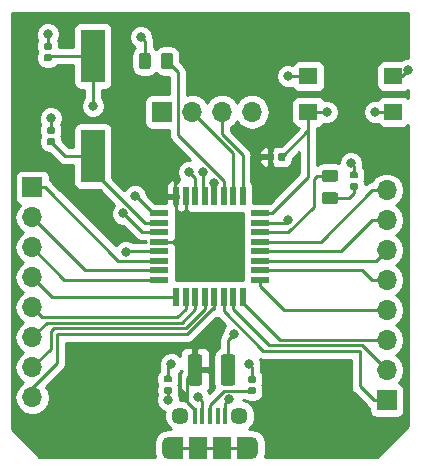
<source format=gbr>
G04 #@! TF.GenerationSoftware,KiCad,Pcbnew,(5.0.0)*
G04 #@! TF.CreationDate,2018-12-27T13:03:48-05:00*
G04 #@! TF.ProjectId,32u2-breakout,333275322D627265616B6F75742E6B69,rev?*
G04 #@! TF.SameCoordinates,Original*
G04 #@! TF.FileFunction,Copper,L1,Top,Signal*
G04 #@! TF.FilePolarity,Positive*
%FSLAX46Y46*%
G04 Gerber Fmt 4.6, Leading zero omitted, Abs format (unit mm)*
G04 Created by KiCad (PCBNEW (5.0.0)) date 12/27/18 13:03:48*
%MOMM*%
%LPD*%
G01*
G04 APERTURE LIST*
G04 #@! TA.AperFunction,SMDPad,CuDef*
%ADD10R,1.600000X1.400000*%
G04 #@! TD*
G04 #@! TA.AperFunction,Conductor*
%ADD11C,0.100000*%
G04 #@! TD*
G04 #@! TA.AperFunction,SMDPad,CuDef*
%ADD12C,0.590000*%
G04 #@! TD*
G04 #@! TA.AperFunction,SMDPad,CuDef*
%ADD13C,0.975000*%
G04 #@! TD*
G04 #@! TA.AperFunction,SMDPad,CuDef*
%ADD14C,1.250000*%
G04 #@! TD*
G04 #@! TA.AperFunction,ComponentPad*
%ADD15R,1.700000X1.700000*%
G04 #@! TD*
G04 #@! TA.AperFunction,ComponentPad*
%ADD16O,1.700000X1.700000*%
G04 #@! TD*
G04 #@! TA.AperFunction,SMDPad,CuDef*
%ADD17R,1.500000X1.900000*%
G04 #@! TD*
G04 #@! TA.AperFunction,ComponentPad*
%ADD18C,1.450000*%
G04 #@! TD*
G04 #@! TA.AperFunction,SMDPad,CuDef*
%ADD19R,0.400000X1.350000*%
G04 #@! TD*
G04 #@! TA.AperFunction,ComponentPad*
%ADD20O,1.200000X1.900000*%
G04 #@! TD*
G04 #@! TA.AperFunction,SMDPad,CuDef*
%ADD21R,1.200000X1.900000*%
G04 #@! TD*
G04 #@! TA.AperFunction,SMDPad,CuDef*
%ADD22R,2.000000X4.500000*%
G04 #@! TD*
G04 #@! TA.AperFunction,SMDPad,CuDef*
%ADD23R,1.600000X0.550000*%
G04 #@! TD*
G04 #@! TA.AperFunction,SMDPad,CuDef*
%ADD24R,0.550000X1.600000*%
G04 #@! TD*
G04 #@! TA.AperFunction,ViaPad*
%ADD25C,0.800000*%
G04 #@! TD*
G04 #@! TA.AperFunction,Conductor*
%ADD26C,0.250000*%
G04 #@! TD*
G04 #@! TA.AperFunction,Conductor*
%ADD27C,0.254000*%
G04 #@! TD*
G04 APERTURE END LIST*
D10*
G04 #@! TO.P,SW1,1*
G04 #@! TO.N,Net-(R4-Pad2)*
X58376000Y-38584000D03*
X65576000Y-38584000D03*
G04 #@! TO.P,SW1,2*
G04 #@! TO.N,GND*
X58376000Y-35584000D03*
X65576000Y-35584000D03*
G04 #@! TD*
D11*
G04 #@! TO.N,GND*
G04 #@! TO.C,C2*
G36*
X36508958Y-32748710D02*
X36523276Y-32750834D01*
X36537317Y-32754351D01*
X36550946Y-32759228D01*
X36564031Y-32765417D01*
X36576447Y-32772858D01*
X36588073Y-32781481D01*
X36598798Y-32791202D01*
X36608519Y-32801927D01*
X36617142Y-32813553D01*
X36624583Y-32825969D01*
X36630772Y-32839054D01*
X36635649Y-32852683D01*
X36639166Y-32866724D01*
X36641290Y-32881042D01*
X36642000Y-32895500D01*
X36642000Y-33190500D01*
X36641290Y-33204958D01*
X36639166Y-33219276D01*
X36635649Y-33233317D01*
X36630772Y-33246946D01*
X36624583Y-33260031D01*
X36617142Y-33272447D01*
X36608519Y-33284073D01*
X36598798Y-33294798D01*
X36588073Y-33304519D01*
X36576447Y-33313142D01*
X36564031Y-33320583D01*
X36550946Y-33326772D01*
X36537317Y-33331649D01*
X36523276Y-33335166D01*
X36508958Y-33337290D01*
X36494500Y-33338000D01*
X36149500Y-33338000D01*
X36135042Y-33337290D01*
X36120724Y-33335166D01*
X36106683Y-33331649D01*
X36093054Y-33326772D01*
X36079969Y-33320583D01*
X36067553Y-33313142D01*
X36055927Y-33304519D01*
X36045202Y-33294798D01*
X36035481Y-33284073D01*
X36026858Y-33272447D01*
X36019417Y-33260031D01*
X36013228Y-33246946D01*
X36008351Y-33233317D01*
X36004834Y-33219276D01*
X36002710Y-33204958D01*
X36002000Y-33190500D01*
X36002000Y-32895500D01*
X36002710Y-32881042D01*
X36004834Y-32866724D01*
X36008351Y-32852683D01*
X36013228Y-32839054D01*
X36019417Y-32825969D01*
X36026858Y-32813553D01*
X36035481Y-32801927D01*
X36045202Y-32791202D01*
X36055927Y-32781481D01*
X36067553Y-32772858D01*
X36079969Y-32765417D01*
X36093054Y-32759228D01*
X36106683Y-32754351D01*
X36120724Y-32750834D01*
X36135042Y-32748710D01*
X36149500Y-32748000D01*
X36494500Y-32748000D01*
X36508958Y-32748710D01*
X36508958Y-32748710D01*
G37*
D12*
G04 #@! TD*
G04 #@! TO.P,C2,2*
G04 #@! TO.N,GND*
X36322000Y-33043000D03*
D11*
G04 #@! TO.N,Net-(C2-Pad1)*
G04 #@! TO.C,C2*
G36*
X36508958Y-33718710D02*
X36523276Y-33720834D01*
X36537317Y-33724351D01*
X36550946Y-33729228D01*
X36564031Y-33735417D01*
X36576447Y-33742858D01*
X36588073Y-33751481D01*
X36598798Y-33761202D01*
X36608519Y-33771927D01*
X36617142Y-33783553D01*
X36624583Y-33795969D01*
X36630772Y-33809054D01*
X36635649Y-33822683D01*
X36639166Y-33836724D01*
X36641290Y-33851042D01*
X36642000Y-33865500D01*
X36642000Y-34160500D01*
X36641290Y-34174958D01*
X36639166Y-34189276D01*
X36635649Y-34203317D01*
X36630772Y-34216946D01*
X36624583Y-34230031D01*
X36617142Y-34242447D01*
X36608519Y-34254073D01*
X36598798Y-34264798D01*
X36588073Y-34274519D01*
X36576447Y-34283142D01*
X36564031Y-34290583D01*
X36550946Y-34296772D01*
X36537317Y-34301649D01*
X36523276Y-34305166D01*
X36508958Y-34307290D01*
X36494500Y-34308000D01*
X36149500Y-34308000D01*
X36135042Y-34307290D01*
X36120724Y-34305166D01*
X36106683Y-34301649D01*
X36093054Y-34296772D01*
X36079969Y-34290583D01*
X36067553Y-34283142D01*
X36055927Y-34274519D01*
X36045202Y-34264798D01*
X36035481Y-34254073D01*
X36026858Y-34242447D01*
X36019417Y-34230031D01*
X36013228Y-34216946D01*
X36008351Y-34203317D01*
X36004834Y-34189276D01*
X36002710Y-34174958D01*
X36002000Y-34160500D01*
X36002000Y-33865500D01*
X36002710Y-33851042D01*
X36004834Y-33836724D01*
X36008351Y-33822683D01*
X36013228Y-33809054D01*
X36019417Y-33795969D01*
X36026858Y-33783553D01*
X36035481Y-33771927D01*
X36045202Y-33761202D01*
X36055927Y-33751481D01*
X36067553Y-33742858D01*
X36079969Y-33735417D01*
X36093054Y-33729228D01*
X36106683Y-33724351D01*
X36120724Y-33720834D01*
X36135042Y-33718710D01*
X36149500Y-33718000D01*
X36494500Y-33718000D01*
X36508958Y-33718710D01*
X36508958Y-33718710D01*
G37*
D12*
G04 #@! TD*
G04 #@! TO.P,C2,1*
G04 #@! TO.N,Net-(C2-Pad1)*
X36322000Y-34013000D03*
D11*
G04 #@! TO.N,Net-(C1-Pad1)*
G04 #@! TO.C,C1*
G36*
X36762958Y-40830710D02*
X36777276Y-40832834D01*
X36791317Y-40836351D01*
X36804946Y-40841228D01*
X36818031Y-40847417D01*
X36830447Y-40854858D01*
X36842073Y-40863481D01*
X36852798Y-40873202D01*
X36862519Y-40883927D01*
X36871142Y-40895553D01*
X36878583Y-40907969D01*
X36884772Y-40921054D01*
X36889649Y-40934683D01*
X36893166Y-40948724D01*
X36895290Y-40963042D01*
X36896000Y-40977500D01*
X36896000Y-41272500D01*
X36895290Y-41286958D01*
X36893166Y-41301276D01*
X36889649Y-41315317D01*
X36884772Y-41328946D01*
X36878583Y-41342031D01*
X36871142Y-41354447D01*
X36862519Y-41366073D01*
X36852798Y-41376798D01*
X36842073Y-41386519D01*
X36830447Y-41395142D01*
X36818031Y-41402583D01*
X36804946Y-41408772D01*
X36791317Y-41413649D01*
X36777276Y-41417166D01*
X36762958Y-41419290D01*
X36748500Y-41420000D01*
X36403500Y-41420000D01*
X36389042Y-41419290D01*
X36374724Y-41417166D01*
X36360683Y-41413649D01*
X36347054Y-41408772D01*
X36333969Y-41402583D01*
X36321553Y-41395142D01*
X36309927Y-41386519D01*
X36299202Y-41376798D01*
X36289481Y-41366073D01*
X36280858Y-41354447D01*
X36273417Y-41342031D01*
X36267228Y-41328946D01*
X36262351Y-41315317D01*
X36258834Y-41301276D01*
X36256710Y-41286958D01*
X36256000Y-41272500D01*
X36256000Y-40977500D01*
X36256710Y-40963042D01*
X36258834Y-40948724D01*
X36262351Y-40934683D01*
X36267228Y-40921054D01*
X36273417Y-40907969D01*
X36280858Y-40895553D01*
X36289481Y-40883927D01*
X36299202Y-40873202D01*
X36309927Y-40863481D01*
X36321553Y-40854858D01*
X36333969Y-40847417D01*
X36347054Y-40841228D01*
X36360683Y-40836351D01*
X36374724Y-40832834D01*
X36389042Y-40830710D01*
X36403500Y-40830000D01*
X36748500Y-40830000D01*
X36762958Y-40830710D01*
X36762958Y-40830710D01*
G37*
D12*
G04 #@! TD*
G04 #@! TO.P,C1,1*
G04 #@! TO.N,Net-(C1-Pad1)*
X36576000Y-41125000D03*
D11*
G04 #@! TO.N,GND*
G04 #@! TO.C,C1*
G36*
X36762958Y-39860710D02*
X36777276Y-39862834D01*
X36791317Y-39866351D01*
X36804946Y-39871228D01*
X36818031Y-39877417D01*
X36830447Y-39884858D01*
X36842073Y-39893481D01*
X36852798Y-39903202D01*
X36862519Y-39913927D01*
X36871142Y-39925553D01*
X36878583Y-39937969D01*
X36884772Y-39951054D01*
X36889649Y-39964683D01*
X36893166Y-39978724D01*
X36895290Y-39993042D01*
X36896000Y-40007500D01*
X36896000Y-40302500D01*
X36895290Y-40316958D01*
X36893166Y-40331276D01*
X36889649Y-40345317D01*
X36884772Y-40358946D01*
X36878583Y-40372031D01*
X36871142Y-40384447D01*
X36862519Y-40396073D01*
X36852798Y-40406798D01*
X36842073Y-40416519D01*
X36830447Y-40425142D01*
X36818031Y-40432583D01*
X36804946Y-40438772D01*
X36791317Y-40443649D01*
X36777276Y-40447166D01*
X36762958Y-40449290D01*
X36748500Y-40450000D01*
X36403500Y-40450000D01*
X36389042Y-40449290D01*
X36374724Y-40447166D01*
X36360683Y-40443649D01*
X36347054Y-40438772D01*
X36333969Y-40432583D01*
X36321553Y-40425142D01*
X36309927Y-40416519D01*
X36299202Y-40406798D01*
X36289481Y-40396073D01*
X36280858Y-40384447D01*
X36273417Y-40372031D01*
X36267228Y-40358946D01*
X36262351Y-40345317D01*
X36258834Y-40331276D01*
X36256710Y-40316958D01*
X36256000Y-40302500D01*
X36256000Y-40007500D01*
X36256710Y-39993042D01*
X36258834Y-39978724D01*
X36262351Y-39964683D01*
X36267228Y-39951054D01*
X36273417Y-39937969D01*
X36280858Y-39925553D01*
X36289481Y-39913927D01*
X36299202Y-39903202D01*
X36309927Y-39893481D01*
X36321553Y-39884858D01*
X36333969Y-39877417D01*
X36347054Y-39871228D01*
X36360683Y-39866351D01*
X36374724Y-39862834D01*
X36389042Y-39860710D01*
X36403500Y-39860000D01*
X36748500Y-39860000D01*
X36762958Y-39860710D01*
X36762958Y-39860710D01*
G37*
D12*
G04 #@! TD*
G04 #@! TO.P,C1,2*
G04 #@! TO.N,GND*
X36576000Y-40155000D03*
D11*
G04 #@! TO.N,Net-(C4-Pad1)*
G04 #@! TO.C,C4*
G36*
X46671142Y-33591174D02*
X46694803Y-33594684D01*
X46718007Y-33600496D01*
X46740529Y-33608554D01*
X46762153Y-33618782D01*
X46782670Y-33631079D01*
X46801883Y-33645329D01*
X46819607Y-33661393D01*
X46835671Y-33679117D01*
X46849921Y-33698330D01*
X46862218Y-33718847D01*
X46872446Y-33740471D01*
X46880504Y-33762993D01*
X46886316Y-33786197D01*
X46889826Y-33809858D01*
X46891000Y-33833750D01*
X46891000Y-34746250D01*
X46889826Y-34770142D01*
X46886316Y-34793803D01*
X46880504Y-34817007D01*
X46872446Y-34839529D01*
X46862218Y-34861153D01*
X46849921Y-34881670D01*
X46835671Y-34900883D01*
X46819607Y-34918607D01*
X46801883Y-34934671D01*
X46782670Y-34948921D01*
X46762153Y-34961218D01*
X46740529Y-34971446D01*
X46718007Y-34979504D01*
X46694803Y-34985316D01*
X46671142Y-34988826D01*
X46647250Y-34990000D01*
X46159750Y-34990000D01*
X46135858Y-34988826D01*
X46112197Y-34985316D01*
X46088993Y-34979504D01*
X46066471Y-34971446D01*
X46044847Y-34961218D01*
X46024330Y-34948921D01*
X46005117Y-34934671D01*
X45987393Y-34918607D01*
X45971329Y-34900883D01*
X45957079Y-34881670D01*
X45944782Y-34861153D01*
X45934554Y-34839529D01*
X45926496Y-34817007D01*
X45920684Y-34793803D01*
X45917174Y-34770142D01*
X45916000Y-34746250D01*
X45916000Y-33833750D01*
X45917174Y-33809858D01*
X45920684Y-33786197D01*
X45926496Y-33762993D01*
X45934554Y-33740471D01*
X45944782Y-33718847D01*
X45957079Y-33698330D01*
X45971329Y-33679117D01*
X45987393Y-33661393D01*
X46005117Y-33645329D01*
X46024330Y-33631079D01*
X46044847Y-33618782D01*
X46066471Y-33608554D01*
X46088993Y-33600496D01*
X46112197Y-33594684D01*
X46135858Y-33591174D01*
X46159750Y-33590000D01*
X46647250Y-33590000D01*
X46671142Y-33591174D01*
X46671142Y-33591174D01*
G37*
D13*
G04 #@! TD*
G04 #@! TO.P,C4,1*
G04 #@! TO.N,Net-(C4-Pad1)*
X46403500Y-34290000D03*
D11*
G04 #@! TO.N,GND*
G04 #@! TO.C,C4*
G36*
X44796142Y-33591174D02*
X44819803Y-33594684D01*
X44843007Y-33600496D01*
X44865529Y-33608554D01*
X44887153Y-33618782D01*
X44907670Y-33631079D01*
X44926883Y-33645329D01*
X44944607Y-33661393D01*
X44960671Y-33679117D01*
X44974921Y-33698330D01*
X44987218Y-33718847D01*
X44997446Y-33740471D01*
X45005504Y-33762993D01*
X45011316Y-33786197D01*
X45014826Y-33809858D01*
X45016000Y-33833750D01*
X45016000Y-34746250D01*
X45014826Y-34770142D01*
X45011316Y-34793803D01*
X45005504Y-34817007D01*
X44997446Y-34839529D01*
X44987218Y-34861153D01*
X44974921Y-34881670D01*
X44960671Y-34900883D01*
X44944607Y-34918607D01*
X44926883Y-34934671D01*
X44907670Y-34948921D01*
X44887153Y-34961218D01*
X44865529Y-34971446D01*
X44843007Y-34979504D01*
X44819803Y-34985316D01*
X44796142Y-34988826D01*
X44772250Y-34990000D01*
X44284750Y-34990000D01*
X44260858Y-34988826D01*
X44237197Y-34985316D01*
X44213993Y-34979504D01*
X44191471Y-34971446D01*
X44169847Y-34961218D01*
X44149330Y-34948921D01*
X44130117Y-34934671D01*
X44112393Y-34918607D01*
X44096329Y-34900883D01*
X44082079Y-34881670D01*
X44069782Y-34861153D01*
X44059554Y-34839529D01*
X44051496Y-34817007D01*
X44045684Y-34793803D01*
X44042174Y-34770142D01*
X44041000Y-34746250D01*
X44041000Y-33833750D01*
X44042174Y-33809858D01*
X44045684Y-33786197D01*
X44051496Y-33762993D01*
X44059554Y-33740471D01*
X44069782Y-33718847D01*
X44082079Y-33698330D01*
X44096329Y-33679117D01*
X44112393Y-33661393D01*
X44130117Y-33645329D01*
X44149330Y-33631079D01*
X44169847Y-33618782D01*
X44191471Y-33608554D01*
X44213993Y-33600496D01*
X44237197Y-33594684D01*
X44260858Y-33591174D01*
X44284750Y-33590000D01*
X44772250Y-33590000D01*
X44796142Y-33591174D01*
X44796142Y-33591174D01*
G37*
D13*
G04 #@! TD*
G04 #@! TO.P,C4,2*
G04 #@! TO.N,GND*
X44528500Y-34290000D03*
D11*
G04 #@! TO.N,VCC*
G04 #@! TO.C,C3*
G36*
X49167504Y-59128204D02*
X49191773Y-59131804D01*
X49215571Y-59137765D01*
X49238671Y-59146030D01*
X49260849Y-59156520D01*
X49281893Y-59169133D01*
X49301598Y-59183747D01*
X49319777Y-59200223D01*
X49336253Y-59218402D01*
X49350867Y-59238107D01*
X49363480Y-59259151D01*
X49373970Y-59281329D01*
X49382235Y-59304429D01*
X49388196Y-59328227D01*
X49391796Y-59352496D01*
X49393000Y-59377000D01*
X49393000Y-61527000D01*
X49391796Y-61551504D01*
X49388196Y-61575773D01*
X49382235Y-61599571D01*
X49373970Y-61622671D01*
X49363480Y-61644849D01*
X49350867Y-61665893D01*
X49336253Y-61685598D01*
X49319777Y-61703777D01*
X49301598Y-61720253D01*
X49281893Y-61734867D01*
X49260849Y-61747480D01*
X49238671Y-61757970D01*
X49215571Y-61766235D01*
X49191773Y-61772196D01*
X49167504Y-61775796D01*
X49143000Y-61777000D01*
X48393000Y-61777000D01*
X48368496Y-61775796D01*
X48344227Y-61772196D01*
X48320429Y-61766235D01*
X48297329Y-61757970D01*
X48275151Y-61747480D01*
X48254107Y-61734867D01*
X48234402Y-61720253D01*
X48216223Y-61703777D01*
X48199747Y-61685598D01*
X48185133Y-61665893D01*
X48172520Y-61644849D01*
X48162030Y-61622671D01*
X48153765Y-61599571D01*
X48147804Y-61575773D01*
X48144204Y-61551504D01*
X48143000Y-61527000D01*
X48143000Y-59377000D01*
X48144204Y-59352496D01*
X48147804Y-59328227D01*
X48153765Y-59304429D01*
X48162030Y-59281329D01*
X48172520Y-59259151D01*
X48185133Y-59238107D01*
X48199747Y-59218402D01*
X48216223Y-59200223D01*
X48234402Y-59183747D01*
X48254107Y-59169133D01*
X48275151Y-59156520D01*
X48297329Y-59146030D01*
X48320429Y-59137765D01*
X48344227Y-59131804D01*
X48368496Y-59128204D01*
X48393000Y-59127000D01*
X49143000Y-59127000D01*
X49167504Y-59128204D01*
X49167504Y-59128204D01*
G37*
D14*
G04 #@! TD*
G04 #@! TO.P,C3,1*
G04 #@! TO.N,VCC*
X48768000Y-60452000D03*
D11*
G04 #@! TO.N,GND*
G04 #@! TO.C,C3*
G36*
X51967504Y-59128204D02*
X51991773Y-59131804D01*
X52015571Y-59137765D01*
X52038671Y-59146030D01*
X52060849Y-59156520D01*
X52081893Y-59169133D01*
X52101598Y-59183747D01*
X52119777Y-59200223D01*
X52136253Y-59218402D01*
X52150867Y-59238107D01*
X52163480Y-59259151D01*
X52173970Y-59281329D01*
X52182235Y-59304429D01*
X52188196Y-59328227D01*
X52191796Y-59352496D01*
X52193000Y-59377000D01*
X52193000Y-61527000D01*
X52191796Y-61551504D01*
X52188196Y-61575773D01*
X52182235Y-61599571D01*
X52173970Y-61622671D01*
X52163480Y-61644849D01*
X52150867Y-61665893D01*
X52136253Y-61685598D01*
X52119777Y-61703777D01*
X52101598Y-61720253D01*
X52081893Y-61734867D01*
X52060849Y-61747480D01*
X52038671Y-61757970D01*
X52015571Y-61766235D01*
X51991773Y-61772196D01*
X51967504Y-61775796D01*
X51943000Y-61777000D01*
X51193000Y-61777000D01*
X51168496Y-61775796D01*
X51144227Y-61772196D01*
X51120429Y-61766235D01*
X51097329Y-61757970D01*
X51075151Y-61747480D01*
X51054107Y-61734867D01*
X51034402Y-61720253D01*
X51016223Y-61703777D01*
X50999747Y-61685598D01*
X50985133Y-61665893D01*
X50972520Y-61644849D01*
X50962030Y-61622671D01*
X50953765Y-61599571D01*
X50947804Y-61575773D01*
X50944204Y-61551504D01*
X50943000Y-61527000D01*
X50943000Y-59377000D01*
X50944204Y-59352496D01*
X50947804Y-59328227D01*
X50953765Y-59304429D01*
X50962030Y-59281329D01*
X50972520Y-59259151D01*
X50985133Y-59238107D01*
X50999747Y-59218402D01*
X51016223Y-59200223D01*
X51034402Y-59183747D01*
X51054107Y-59169133D01*
X51075151Y-59156520D01*
X51097329Y-59146030D01*
X51120429Y-59137765D01*
X51144227Y-59131804D01*
X51168496Y-59128204D01*
X51193000Y-59127000D01*
X51943000Y-59127000D01*
X51967504Y-59128204D01*
X51967504Y-59128204D01*
G37*
D14*
G04 #@! TD*
G04 #@! TO.P,C3,2*
G04 #@! TO.N,GND*
X51568000Y-60452000D03*
D15*
G04 #@! TO.P,J3,1*
G04 #@! TO.N,Net-(J3-Pad1)*
X45974000Y-38608000D03*
D16*
G04 #@! TO.P,J3,2*
G04 #@! TO.N,Net-(J3-Pad2)*
X48514000Y-38608000D03*
G04 #@! TO.P,J3,3*
G04 #@! TO.N,Net-(J3-Pad3)*
X51054000Y-38608000D03*
G04 #@! TO.P,J3,4*
G04 #@! TO.N,Net-(J3-Pad4)*
X53594000Y-38608000D03*
G04 #@! TD*
G04 #@! TO.P,J2,8*
G04 #@! TO.N,Net-(J2-Pad8)*
X35000000Y-62780000D03*
G04 #@! TO.P,J2,7*
G04 #@! TO.N,Net-(J2-Pad7)*
X35000000Y-60240000D03*
G04 #@! TO.P,J2,6*
G04 #@! TO.N,Net-(J2-Pad6)*
X35000000Y-57700000D03*
G04 #@! TO.P,J2,5*
G04 #@! TO.N,Net-(J2-Pad5)*
X35000000Y-55160000D03*
G04 #@! TO.P,J2,4*
G04 #@! TO.N,Net-(J2-Pad4)*
X35000000Y-52620000D03*
G04 #@! TO.P,J2,3*
G04 #@! TO.N,Net-(J2-Pad3)*
X35000000Y-50080000D03*
G04 #@! TO.P,J2,2*
G04 #@! TO.N,Net-(J2-Pad2)*
X35000000Y-47540000D03*
D15*
G04 #@! TO.P,J2,1*
G04 #@! TO.N,Net-(J2-Pad1)*
X35000000Y-45000000D03*
G04 #@! TD*
G04 #@! TO.P,J1,1*
G04 #@! TO.N,Net-(J1-Pad1)*
X65000000Y-63000000D03*
D16*
G04 #@! TO.P,J1,2*
G04 #@! TO.N,Net-(J1-Pad2)*
X65000000Y-60460000D03*
G04 #@! TO.P,J1,3*
G04 #@! TO.N,Net-(J1-Pad3)*
X65000000Y-57920000D03*
G04 #@! TO.P,J1,4*
G04 #@! TO.N,Net-(J1-Pad4)*
X65000000Y-55380000D03*
G04 #@! TO.P,J1,5*
G04 #@! TO.N,Net-(J1-Pad5)*
X65000000Y-52840000D03*
G04 #@! TO.P,J1,6*
G04 #@! TO.N,Net-(J1-Pad6)*
X65000000Y-50300000D03*
G04 #@! TO.P,J1,7*
G04 #@! TO.N,Net-(J1-Pad7)*
X65000000Y-47760000D03*
G04 #@! TO.P,J1,8*
G04 #@! TO.N,Net-(J1-Pad8)*
X65000000Y-45220000D03*
G04 #@! TD*
D17*
G04 #@! TO.P,J4,6*
G04 #@! TO.N,Net-(J4-Pad6)*
X51038000Y-67023500D03*
D18*
X47538000Y-64323500D03*
D19*
G04 #@! TO.P,J4,2*
G04 #@! TO.N,Net-(J4-Pad2)*
X49388000Y-64323500D03*
G04 #@! TO.P,J4,1*
G04 #@! TO.N,VCC*
X48738000Y-64323500D03*
G04 #@! TO.P,J4,5*
G04 #@! TO.N,GND*
X51338000Y-64323500D03*
G04 #@! TO.P,J4,4*
G04 #@! TO.N,Net-(J4-Pad4)*
X50688000Y-64323500D03*
G04 #@! TO.P,J4,3*
G04 #@! TO.N,Net-(J4-Pad3)*
X50038000Y-64323500D03*
D18*
G04 #@! TO.P,J4,6*
G04 #@! TO.N,Net-(J4-Pad6)*
X52538000Y-64323500D03*
D17*
X49038000Y-67023500D03*
D20*
X46538000Y-67023500D03*
X53538000Y-67023500D03*
D21*
X52938000Y-67023500D03*
X47138000Y-67023500D03*
G04 #@! TD*
D22*
G04 #@! TO.P,Y1,1*
G04 #@! TO.N,Net-(C1-Pad1)*
X40132000Y-42350000D03*
G04 #@! TO.P,Y1,2*
G04 #@! TO.N,Net-(C2-Pad1)*
X40132000Y-33850000D03*
G04 #@! TD*
D11*
G04 #@! TO.N,Net-(D1-Pad1)*
G04 #@! TO.C,D1*
G36*
X60678142Y-45409174D02*
X60701803Y-45412684D01*
X60725007Y-45418496D01*
X60747529Y-45426554D01*
X60769153Y-45436782D01*
X60789670Y-45449079D01*
X60808883Y-45463329D01*
X60826607Y-45479393D01*
X60842671Y-45497117D01*
X60856921Y-45516330D01*
X60869218Y-45536847D01*
X60879446Y-45558471D01*
X60887504Y-45580993D01*
X60893316Y-45604197D01*
X60896826Y-45627858D01*
X60898000Y-45651750D01*
X60898000Y-46139250D01*
X60896826Y-46163142D01*
X60893316Y-46186803D01*
X60887504Y-46210007D01*
X60879446Y-46232529D01*
X60869218Y-46254153D01*
X60856921Y-46274670D01*
X60842671Y-46293883D01*
X60826607Y-46311607D01*
X60808883Y-46327671D01*
X60789670Y-46341921D01*
X60769153Y-46354218D01*
X60747529Y-46364446D01*
X60725007Y-46372504D01*
X60701803Y-46378316D01*
X60678142Y-46381826D01*
X60654250Y-46383000D01*
X59741750Y-46383000D01*
X59717858Y-46381826D01*
X59694197Y-46378316D01*
X59670993Y-46372504D01*
X59648471Y-46364446D01*
X59626847Y-46354218D01*
X59606330Y-46341921D01*
X59587117Y-46327671D01*
X59569393Y-46311607D01*
X59553329Y-46293883D01*
X59539079Y-46274670D01*
X59526782Y-46254153D01*
X59516554Y-46232529D01*
X59508496Y-46210007D01*
X59502684Y-46186803D01*
X59499174Y-46163142D01*
X59498000Y-46139250D01*
X59498000Y-45651750D01*
X59499174Y-45627858D01*
X59502684Y-45604197D01*
X59508496Y-45580993D01*
X59516554Y-45558471D01*
X59526782Y-45536847D01*
X59539079Y-45516330D01*
X59553329Y-45497117D01*
X59569393Y-45479393D01*
X59587117Y-45463329D01*
X59606330Y-45449079D01*
X59626847Y-45436782D01*
X59648471Y-45426554D01*
X59670993Y-45418496D01*
X59694197Y-45412684D01*
X59717858Y-45409174D01*
X59741750Y-45408000D01*
X60654250Y-45408000D01*
X60678142Y-45409174D01*
X60678142Y-45409174D01*
G37*
D13*
G04 #@! TD*
G04 #@! TO.P,D1,1*
G04 #@! TO.N,Net-(D1-Pad1)*
X60198000Y-45895500D03*
D11*
G04 #@! TO.N,Net-(D1-Pad2)*
G04 #@! TO.C,D1*
G36*
X60678142Y-43534174D02*
X60701803Y-43537684D01*
X60725007Y-43543496D01*
X60747529Y-43551554D01*
X60769153Y-43561782D01*
X60789670Y-43574079D01*
X60808883Y-43588329D01*
X60826607Y-43604393D01*
X60842671Y-43622117D01*
X60856921Y-43641330D01*
X60869218Y-43661847D01*
X60879446Y-43683471D01*
X60887504Y-43705993D01*
X60893316Y-43729197D01*
X60896826Y-43752858D01*
X60898000Y-43776750D01*
X60898000Y-44264250D01*
X60896826Y-44288142D01*
X60893316Y-44311803D01*
X60887504Y-44335007D01*
X60879446Y-44357529D01*
X60869218Y-44379153D01*
X60856921Y-44399670D01*
X60842671Y-44418883D01*
X60826607Y-44436607D01*
X60808883Y-44452671D01*
X60789670Y-44466921D01*
X60769153Y-44479218D01*
X60747529Y-44489446D01*
X60725007Y-44497504D01*
X60701803Y-44503316D01*
X60678142Y-44506826D01*
X60654250Y-44508000D01*
X59741750Y-44508000D01*
X59717858Y-44506826D01*
X59694197Y-44503316D01*
X59670993Y-44497504D01*
X59648471Y-44489446D01*
X59626847Y-44479218D01*
X59606330Y-44466921D01*
X59587117Y-44452671D01*
X59569393Y-44436607D01*
X59553329Y-44418883D01*
X59539079Y-44399670D01*
X59526782Y-44379153D01*
X59516554Y-44357529D01*
X59508496Y-44335007D01*
X59502684Y-44311803D01*
X59499174Y-44288142D01*
X59498000Y-44264250D01*
X59498000Y-43776750D01*
X59499174Y-43752858D01*
X59502684Y-43729197D01*
X59508496Y-43705993D01*
X59516554Y-43683471D01*
X59526782Y-43661847D01*
X59539079Y-43641330D01*
X59553329Y-43622117D01*
X59569393Y-43604393D01*
X59587117Y-43588329D01*
X59606330Y-43574079D01*
X59626847Y-43561782D01*
X59648471Y-43551554D01*
X59670993Y-43543496D01*
X59694197Y-43537684D01*
X59717858Y-43534174D01*
X59741750Y-43533000D01*
X60654250Y-43533000D01*
X60678142Y-43534174D01*
X60678142Y-43534174D01*
G37*
D13*
G04 #@! TD*
G04 #@! TO.P,D1,2*
G04 #@! TO.N,Net-(D1-Pad2)*
X60198000Y-44020500D03*
D23*
G04 #@! TO.P,U1,1*
G04 #@! TO.N,Net-(C2-Pad1)*
X45750000Y-47200000D03*
G04 #@! TO.P,U1,2*
G04 #@! TO.N,Net-(C1-Pad1)*
X45750000Y-48000000D03*
G04 #@! TO.P,U1,3*
G04 #@! TO.N,GND*
X45750000Y-48800000D03*
G04 #@! TO.P,U1,4*
G04 #@! TO.N,VCC*
X45750000Y-49600000D03*
G04 #@! TO.P,U1,5*
G04 #@! TO.N,Net-(J3-Pad1)*
X45750000Y-50400000D03*
G04 #@! TO.P,U1,6*
G04 #@! TO.N,Net-(J2-Pad1)*
X45750000Y-51200000D03*
G04 #@! TO.P,U1,7*
G04 #@! TO.N,Net-(J2-Pad2)*
X45750000Y-52000000D03*
G04 #@! TO.P,U1,8*
G04 #@! TO.N,Net-(J2-Pad3)*
X45750000Y-52800000D03*
D24*
G04 #@! TO.P,U1,9*
G04 #@! TO.N,Net-(J2-Pad4)*
X47200000Y-54250000D03*
G04 #@! TO.P,U1,10*
G04 #@! TO.N,Net-(J2-Pad5)*
X48000000Y-54250000D03*
G04 #@! TO.P,U1,11*
G04 #@! TO.N,Net-(J2-Pad6)*
X48800000Y-54250000D03*
G04 #@! TO.P,U1,12*
G04 #@! TO.N,Net-(J2-Pad7)*
X49600000Y-54250000D03*
G04 #@! TO.P,U1,13*
G04 #@! TO.N,Net-(J2-Pad8)*
X50400000Y-54250000D03*
G04 #@! TO.P,U1,14*
G04 #@! TO.N,Net-(J1-Pad1)*
X51200000Y-54250000D03*
G04 #@! TO.P,U1,15*
G04 #@! TO.N,Net-(J1-Pad2)*
X52000000Y-54250000D03*
G04 #@! TO.P,U1,16*
G04 #@! TO.N,Net-(J1-Pad3)*
X52800000Y-54250000D03*
D23*
G04 #@! TO.P,U1,17*
G04 #@! TO.N,Net-(J1-Pad4)*
X54250000Y-52800000D03*
G04 #@! TO.P,U1,18*
G04 #@! TO.N,Net-(J1-Pad5)*
X54250000Y-52000000D03*
G04 #@! TO.P,U1,19*
G04 #@! TO.N,Net-(J1-Pad6)*
X54250000Y-51200000D03*
G04 #@! TO.P,U1,20*
G04 #@! TO.N,Net-(J1-Pad7)*
X54250000Y-50400000D03*
G04 #@! TO.P,U1,21*
G04 #@! TO.N,Net-(J1-Pad8)*
X54250000Y-49600000D03*
G04 #@! TO.P,U1,22*
G04 #@! TO.N,Net-(D1-Pad2)*
X54250000Y-48800000D03*
G04 #@! TO.P,U1,23*
G04 #@! TO.N,Net-(J3-Pad4)*
X54250000Y-48000000D03*
G04 #@! TO.P,U1,24*
G04 #@! TO.N,Net-(R4-Pad2)*
X54250000Y-47200000D03*
D24*
G04 #@! TO.P,U1,25*
G04 #@! TO.N,Net-(J3-Pad3)*
X52800000Y-45750000D03*
G04 #@! TO.P,U1,26*
G04 #@! TO.N,Net-(J3-Pad2)*
X52000000Y-45750000D03*
G04 #@! TO.P,U1,27*
G04 #@! TO.N,Net-(C4-Pad1)*
X51200000Y-45750000D03*
G04 #@! TO.P,U1,28*
G04 #@! TO.N,GND*
X50400000Y-45750000D03*
G04 #@! TO.P,U1,29*
G04 #@! TO.N,Net-(R1-Pad1)*
X49600000Y-45750000D03*
G04 #@! TO.P,U1,30*
G04 #@! TO.N,Net-(R2-Pad1)*
X48800000Y-45750000D03*
G04 #@! TO.P,U1,31*
G04 #@! TO.N,VCC*
X48000000Y-45750000D03*
G04 #@! TO.P,U1,32*
X47200000Y-45750000D03*
G04 #@! TD*
D11*
G04 #@! TO.N,Net-(R4-Pad2)*
G04 #@! TO.C,R4*
G36*
X56295958Y-42098710D02*
X56310276Y-42100834D01*
X56324317Y-42104351D01*
X56337946Y-42109228D01*
X56351031Y-42115417D01*
X56363447Y-42122858D01*
X56375073Y-42131481D01*
X56385798Y-42141202D01*
X56395519Y-42151927D01*
X56404142Y-42163553D01*
X56411583Y-42175969D01*
X56417772Y-42189054D01*
X56422649Y-42202683D01*
X56426166Y-42216724D01*
X56428290Y-42231042D01*
X56429000Y-42245500D01*
X56429000Y-42590500D01*
X56428290Y-42604958D01*
X56426166Y-42619276D01*
X56422649Y-42633317D01*
X56417772Y-42646946D01*
X56411583Y-42660031D01*
X56404142Y-42672447D01*
X56395519Y-42684073D01*
X56385798Y-42694798D01*
X56375073Y-42704519D01*
X56363447Y-42713142D01*
X56351031Y-42720583D01*
X56337946Y-42726772D01*
X56324317Y-42731649D01*
X56310276Y-42735166D01*
X56295958Y-42737290D01*
X56281500Y-42738000D01*
X55986500Y-42738000D01*
X55972042Y-42737290D01*
X55957724Y-42735166D01*
X55943683Y-42731649D01*
X55930054Y-42726772D01*
X55916969Y-42720583D01*
X55904553Y-42713142D01*
X55892927Y-42704519D01*
X55882202Y-42694798D01*
X55872481Y-42684073D01*
X55863858Y-42672447D01*
X55856417Y-42660031D01*
X55850228Y-42646946D01*
X55845351Y-42633317D01*
X55841834Y-42619276D01*
X55839710Y-42604958D01*
X55839000Y-42590500D01*
X55839000Y-42245500D01*
X55839710Y-42231042D01*
X55841834Y-42216724D01*
X55845351Y-42202683D01*
X55850228Y-42189054D01*
X55856417Y-42175969D01*
X55863858Y-42163553D01*
X55872481Y-42151927D01*
X55882202Y-42141202D01*
X55892927Y-42131481D01*
X55904553Y-42122858D01*
X55916969Y-42115417D01*
X55930054Y-42109228D01*
X55943683Y-42104351D01*
X55957724Y-42100834D01*
X55972042Y-42098710D01*
X55986500Y-42098000D01*
X56281500Y-42098000D01*
X56295958Y-42098710D01*
X56295958Y-42098710D01*
G37*
D12*
G04 #@! TD*
G04 #@! TO.P,R4,2*
G04 #@! TO.N,Net-(R4-Pad2)*
X56134000Y-42418000D03*
D11*
G04 #@! TO.N,VCC*
G04 #@! TO.C,R4*
G36*
X55325958Y-42098710D02*
X55340276Y-42100834D01*
X55354317Y-42104351D01*
X55367946Y-42109228D01*
X55381031Y-42115417D01*
X55393447Y-42122858D01*
X55405073Y-42131481D01*
X55415798Y-42141202D01*
X55425519Y-42151927D01*
X55434142Y-42163553D01*
X55441583Y-42175969D01*
X55447772Y-42189054D01*
X55452649Y-42202683D01*
X55456166Y-42216724D01*
X55458290Y-42231042D01*
X55459000Y-42245500D01*
X55459000Y-42590500D01*
X55458290Y-42604958D01*
X55456166Y-42619276D01*
X55452649Y-42633317D01*
X55447772Y-42646946D01*
X55441583Y-42660031D01*
X55434142Y-42672447D01*
X55425519Y-42684073D01*
X55415798Y-42694798D01*
X55405073Y-42704519D01*
X55393447Y-42713142D01*
X55381031Y-42720583D01*
X55367946Y-42726772D01*
X55354317Y-42731649D01*
X55340276Y-42735166D01*
X55325958Y-42737290D01*
X55311500Y-42738000D01*
X55016500Y-42738000D01*
X55002042Y-42737290D01*
X54987724Y-42735166D01*
X54973683Y-42731649D01*
X54960054Y-42726772D01*
X54946969Y-42720583D01*
X54934553Y-42713142D01*
X54922927Y-42704519D01*
X54912202Y-42694798D01*
X54902481Y-42684073D01*
X54893858Y-42672447D01*
X54886417Y-42660031D01*
X54880228Y-42646946D01*
X54875351Y-42633317D01*
X54871834Y-42619276D01*
X54869710Y-42604958D01*
X54869000Y-42590500D01*
X54869000Y-42245500D01*
X54869710Y-42231042D01*
X54871834Y-42216724D01*
X54875351Y-42202683D01*
X54880228Y-42189054D01*
X54886417Y-42175969D01*
X54893858Y-42163553D01*
X54902481Y-42151927D01*
X54912202Y-42141202D01*
X54922927Y-42131481D01*
X54934553Y-42122858D01*
X54946969Y-42115417D01*
X54960054Y-42109228D01*
X54973683Y-42104351D01*
X54987724Y-42100834D01*
X55002042Y-42098710D01*
X55016500Y-42098000D01*
X55311500Y-42098000D01*
X55325958Y-42098710D01*
X55325958Y-42098710D01*
G37*
D12*
G04 #@! TD*
G04 #@! TO.P,R4,1*
G04 #@! TO.N,VCC*
X55164000Y-42418000D03*
D11*
G04 #@! TO.N,Net-(D1-Pad1)*
G04 #@! TO.C,R3*
G36*
X62416958Y-44617710D02*
X62431276Y-44619834D01*
X62445317Y-44623351D01*
X62458946Y-44628228D01*
X62472031Y-44634417D01*
X62484447Y-44641858D01*
X62496073Y-44650481D01*
X62506798Y-44660202D01*
X62516519Y-44670927D01*
X62525142Y-44682553D01*
X62532583Y-44694969D01*
X62538772Y-44708054D01*
X62543649Y-44721683D01*
X62547166Y-44735724D01*
X62549290Y-44750042D01*
X62550000Y-44764500D01*
X62550000Y-45059500D01*
X62549290Y-45073958D01*
X62547166Y-45088276D01*
X62543649Y-45102317D01*
X62538772Y-45115946D01*
X62532583Y-45129031D01*
X62525142Y-45141447D01*
X62516519Y-45153073D01*
X62506798Y-45163798D01*
X62496073Y-45173519D01*
X62484447Y-45182142D01*
X62472031Y-45189583D01*
X62458946Y-45195772D01*
X62445317Y-45200649D01*
X62431276Y-45204166D01*
X62416958Y-45206290D01*
X62402500Y-45207000D01*
X62057500Y-45207000D01*
X62043042Y-45206290D01*
X62028724Y-45204166D01*
X62014683Y-45200649D01*
X62001054Y-45195772D01*
X61987969Y-45189583D01*
X61975553Y-45182142D01*
X61963927Y-45173519D01*
X61953202Y-45163798D01*
X61943481Y-45153073D01*
X61934858Y-45141447D01*
X61927417Y-45129031D01*
X61921228Y-45115946D01*
X61916351Y-45102317D01*
X61912834Y-45088276D01*
X61910710Y-45073958D01*
X61910000Y-45059500D01*
X61910000Y-44764500D01*
X61910710Y-44750042D01*
X61912834Y-44735724D01*
X61916351Y-44721683D01*
X61921228Y-44708054D01*
X61927417Y-44694969D01*
X61934858Y-44682553D01*
X61943481Y-44670927D01*
X61953202Y-44660202D01*
X61963927Y-44650481D01*
X61975553Y-44641858D01*
X61987969Y-44634417D01*
X62001054Y-44628228D01*
X62014683Y-44623351D01*
X62028724Y-44619834D01*
X62043042Y-44617710D01*
X62057500Y-44617000D01*
X62402500Y-44617000D01*
X62416958Y-44617710D01*
X62416958Y-44617710D01*
G37*
D12*
G04 #@! TD*
G04 #@! TO.P,R3,1*
G04 #@! TO.N,Net-(D1-Pad1)*
X62230000Y-44912000D03*
D11*
G04 #@! TO.N,GND*
G04 #@! TO.C,R3*
G36*
X62416958Y-43647710D02*
X62431276Y-43649834D01*
X62445317Y-43653351D01*
X62458946Y-43658228D01*
X62472031Y-43664417D01*
X62484447Y-43671858D01*
X62496073Y-43680481D01*
X62506798Y-43690202D01*
X62516519Y-43700927D01*
X62525142Y-43712553D01*
X62532583Y-43724969D01*
X62538772Y-43738054D01*
X62543649Y-43751683D01*
X62547166Y-43765724D01*
X62549290Y-43780042D01*
X62550000Y-43794500D01*
X62550000Y-44089500D01*
X62549290Y-44103958D01*
X62547166Y-44118276D01*
X62543649Y-44132317D01*
X62538772Y-44145946D01*
X62532583Y-44159031D01*
X62525142Y-44171447D01*
X62516519Y-44183073D01*
X62506798Y-44193798D01*
X62496073Y-44203519D01*
X62484447Y-44212142D01*
X62472031Y-44219583D01*
X62458946Y-44225772D01*
X62445317Y-44230649D01*
X62431276Y-44234166D01*
X62416958Y-44236290D01*
X62402500Y-44237000D01*
X62057500Y-44237000D01*
X62043042Y-44236290D01*
X62028724Y-44234166D01*
X62014683Y-44230649D01*
X62001054Y-44225772D01*
X61987969Y-44219583D01*
X61975553Y-44212142D01*
X61963927Y-44203519D01*
X61953202Y-44193798D01*
X61943481Y-44183073D01*
X61934858Y-44171447D01*
X61927417Y-44159031D01*
X61921228Y-44145946D01*
X61916351Y-44132317D01*
X61912834Y-44118276D01*
X61910710Y-44103958D01*
X61910000Y-44089500D01*
X61910000Y-43794500D01*
X61910710Y-43780042D01*
X61912834Y-43765724D01*
X61916351Y-43751683D01*
X61921228Y-43738054D01*
X61927417Y-43724969D01*
X61934858Y-43712553D01*
X61943481Y-43700927D01*
X61953202Y-43690202D01*
X61963927Y-43680481D01*
X61975553Y-43671858D01*
X61987969Y-43664417D01*
X62001054Y-43658228D01*
X62014683Y-43653351D01*
X62028724Y-43649834D01*
X62043042Y-43647710D01*
X62057500Y-43647000D01*
X62402500Y-43647000D01*
X62416958Y-43647710D01*
X62416958Y-43647710D01*
G37*
D12*
G04 #@! TD*
G04 #@! TO.P,R3,2*
G04 #@! TO.N,GND*
X62230000Y-43942000D03*
D11*
G04 #@! TO.N,Net-(J4-Pad2)*
G04 #@! TO.C,R2*
G36*
X46668958Y-61889710D02*
X46683276Y-61891834D01*
X46697317Y-61895351D01*
X46710946Y-61900228D01*
X46724031Y-61906417D01*
X46736447Y-61913858D01*
X46748073Y-61922481D01*
X46758798Y-61932202D01*
X46768519Y-61942927D01*
X46777142Y-61954553D01*
X46784583Y-61966969D01*
X46790772Y-61980054D01*
X46795649Y-61993683D01*
X46799166Y-62007724D01*
X46801290Y-62022042D01*
X46802000Y-62036500D01*
X46802000Y-62331500D01*
X46801290Y-62345958D01*
X46799166Y-62360276D01*
X46795649Y-62374317D01*
X46790772Y-62387946D01*
X46784583Y-62401031D01*
X46777142Y-62413447D01*
X46768519Y-62425073D01*
X46758798Y-62435798D01*
X46748073Y-62445519D01*
X46736447Y-62454142D01*
X46724031Y-62461583D01*
X46710946Y-62467772D01*
X46697317Y-62472649D01*
X46683276Y-62476166D01*
X46668958Y-62478290D01*
X46654500Y-62479000D01*
X46309500Y-62479000D01*
X46295042Y-62478290D01*
X46280724Y-62476166D01*
X46266683Y-62472649D01*
X46253054Y-62467772D01*
X46239969Y-62461583D01*
X46227553Y-62454142D01*
X46215927Y-62445519D01*
X46205202Y-62435798D01*
X46195481Y-62425073D01*
X46186858Y-62413447D01*
X46179417Y-62401031D01*
X46173228Y-62387946D01*
X46168351Y-62374317D01*
X46164834Y-62360276D01*
X46162710Y-62345958D01*
X46162000Y-62331500D01*
X46162000Y-62036500D01*
X46162710Y-62022042D01*
X46164834Y-62007724D01*
X46168351Y-61993683D01*
X46173228Y-61980054D01*
X46179417Y-61966969D01*
X46186858Y-61954553D01*
X46195481Y-61942927D01*
X46205202Y-61932202D01*
X46215927Y-61922481D01*
X46227553Y-61913858D01*
X46239969Y-61906417D01*
X46253054Y-61900228D01*
X46266683Y-61895351D01*
X46280724Y-61891834D01*
X46295042Y-61889710D01*
X46309500Y-61889000D01*
X46654500Y-61889000D01*
X46668958Y-61889710D01*
X46668958Y-61889710D01*
G37*
D12*
G04 #@! TD*
G04 #@! TO.P,R2,2*
G04 #@! TO.N,Net-(J4-Pad2)*
X46482000Y-62184000D03*
D11*
G04 #@! TO.N,Net-(R2-Pad1)*
G04 #@! TO.C,R2*
G36*
X46668958Y-60919710D02*
X46683276Y-60921834D01*
X46697317Y-60925351D01*
X46710946Y-60930228D01*
X46724031Y-60936417D01*
X46736447Y-60943858D01*
X46748073Y-60952481D01*
X46758798Y-60962202D01*
X46768519Y-60972927D01*
X46777142Y-60984553D01*
X46784583Y-60996969D01*
X46790772Y-61010054D01*
X46795649Y-61023683D01*
X46799166Y-61037724D01*
X46801290Y-61052042D01*
X46802000Y-61066500D01*
X46802000Y-61361500D01*
X46801290Y-61375958D01*
X46799166Y-61390276D01*
X46795649Y-61404317D01*
X46790772Y-61417946D01*
X46784583Y-61431031D01*
X46777142Y-61443447D01*
X46768519Y-61455073D01*
X46758798Y-61465798D01*
X46748073Y-61475519D01*
X46736447Y-61484142D01*
X46724031Y-61491583D01*
X46710946Y-61497772D01*
X46697317Y-61502649D01*
X46683276Y-61506166D01*
X46668958Y-61508290D01*
X46654500Y-61509000D01*
X46309500Y-61509000D01*
X46295042Y-61508290D01*
X46280724Y-61506166D01*
X46266683Y-61502649D01*
X46253054Y-61497772D01*
X46239969Y-61491583D01*
X46227553Y-61484142D01*
X46215927Y-61475519D01*
X46205202Y-61465798D01*
X46195481Y-61455073D01*
X46186858Y-61443447D01*
X46179417Y-61431031D01*
X46173228Y-61417946D01*
X46168351Y-61404317D01*
X46164834Y-61390276D01*
X46162710Y-61375958D01*
X46162000Y-61361500D01*
X46162000Y-61066500D01*
X46162710Y-61052042D01*
X46164834Y-61037724D01*
X46168351Y-61023683D01*
X46173228Y-61010054D01*
X46179417Y-60996969D01*
X46186858Y-60984553D01*
X46195481Y-60972927D01*
X46205202Y-60962202D01*
X46215927Y-60952481D01*
X46227553Y-60943858D01*
X46239969Y-60936417D01*
X46253054Y-60930228D01*
X46266683Y-60925351D01*
X46280724Y-60921834D01*
X46295042Y-60919710D01*
X46309500Y-60919000D01*
X46654500Y-60919000D01*
X46668958Y-60919710D01*
X46668958Y-60919710D01*
G37*
D12*
G04 #@! TD*
G04 #@! TO.P,R2,1*
G04 #@! TO.N,Net-(R2-Pad1)*
X46482000Y-61214000D03*
D11*
G04 #@! TO.N,Net-(R1-Pad1)*
G04 #@! TO.C,R1*
G36*
X53780958Y-60942710D02*
X53795276Y-60944834D01*
X53809317Y-60948351D01*
X53822946Y-60953228D01*
X53836031Y-60959417D01*
X53848447Y-60966858D01*
X53860073Y-60975481D01*
X53870798Y-60985202D01*
X53880519Y-60995927D01*
X53889142Y-61007553D01*
X53896583Y-61019969D01*
X53902772Y-61033054D01*
X53907649Y-61046683D01*
X53911166Y-61060724D01*
X53913290Y-61075042D01*
X53914000Y-61089500D01*
X53914000Y-61384500D01*
X53913290Y-61398958D01*
X53911166Y-61413276D01*
X53907649Y-61427317D01*
X53902772Y-61440946D01*
X53896583Y-61454031D01*
X53889142Y-61466447D01*
X53880519Y-61478073D01*
X53870798Y-61488798D01*
X53860073Y-61498519D01*
X53848447Y-61507142D01*
X53836031Y-61514583D01*
X53822946Y-61520772D01*
X53809317Y-61525649D01*
X53795276Y-61529166D01*
X53780958Y-61531290D01*
X53766500Y-61532000D01*
X53421500Y-61532000D01*
X53407042Y-61531290D01*
X53392724Y-61529166D01*
X53378683Y-61525649D01*
X53365054Y-61520772D01*
X53351969Y-61514583D01*
X53339553Y-61507142D01*
X53327927Y-61498519D01*
X53317202Y-61488798D01*
X53307481Y-61478073D01*
X53298858Y-61466447D01*
X53291417Y-61454031D01*
X53285228Y-61440946D01*
X53280351Y-61427317D01*
X53276834Y-61413276D01*
X53274710Y-61398958D01*
X53274000Y-61384500D01*
X53274000Y-61089500D01*
X53274710Y-61075042D01*
X53276834Y-61060724D01*
X53280351Y-61046683D01*
X53285228Y-61033054D01*
X53291417Y-61019969D01*
X53298858Y-61007553D01*
X53307481Y-60995927D01*
X53317202Y-60985202D01*
X53327927Y-60975481D01*
X53339553Y-60966858D01*
X53351969Y-60959417D01*
X53365054Y-60953228D01*
X53378683Y-60948351D01*
X53392724Y-60944834D01*
X53407042Y-60942710D01*
X53421500Y-60942000D01*
X53766500Y-60942000D01*
X53780958Y-60942710D01*
X53780958Y-60942710D01*
G37*
D12*
G04 #@! TD*
G04 #@! TO.P,R1,1*
G04 #@! TO.N,Net-(R1-Pad1)*
X53594000Y-61237000D03*
D11*
G04 #@! TO.N,Net-(J4-Pad3)*
G04 #@! TO.C,R1*
G36*
X53780958Y-61912710D02*
X53795276Y-61914834D01*
X53809317Y-61918351D01*
X53822946Y-61923228D01*
X53836031Y-61929417D01*
X53848447Y-61936858D01*
X53860073Y-61945481D01*
X53870798Y-61955202D01*
X53880519Y-61965927D01*
X53889142Y-61977553D01*
X53896583Y-61989969D01*
X53902772Y-62003054D01*
X53907649Y-62016683D01*
X53911166Y-62030724D01*
X53913290Y-62045042D01*
X53914000Y-62059500D01*
X53914000Y-62354500D01*
X53913290Y-62368958D01*
X53911166Y-62383276D01*
X53907649Y-62397317D01*
X53902772Y-62410946D01*
X53896583Y-62424031D01*
X53889142Y-62436447D01*
X53880519Y-62448073D01*
X53870798Y-62458798D01*
X53860073Y-62468519D01*
X53848447Y-62477142D01*
X53836031Y-62484583D01*
X53822946Y-62490772D01*
X53809317Y-62495649D01*
X53795276Y-62499166D01*
X53780958Y-62501290D01*
X53766500Y-62502000D01*
X53421500Y-62502000D01*
X53407042Y-62501290D01*
X53392724Y-62499166D01*
X53378683Y-62495649D01*
X53365054Y-62490772D01*
X53351969Y-62484583D01*
X53339553Y-62477142D01*
X53327927Y-62468519D01*
X53317202Y-62458798D01*
X53307481Y-62448073D01*
X53298858Y-62436447D01*
X53291417Y-62424031D01*
X53285228Y-62410946D01*
X53280351Y-62397317D01*
X53276834Y-62383276D01*
X53274710Y-62368958D01*
X53274000Y-62354500D01*
X53274000Y-62059500D01*
X53274710Y-62045042D01*
X53276834Y-62030724D01*
X53280351Y-62016683D01*
X53285228Y-62003054D01*
X53291417Y-61989969D01*
X53298858Y-61977553D01*
X53307481Y-61965927D01*
X53317202Y-61955202D01*
X53327927Y-61945481D01*
X53339553Y-61936858D01*
X53351969Y-61929417D01*
X53365054Y-61923228D01*
X53378683Y-61918351D01*
X53392724Y-61914834D01*
X53407042Y-61912710D01*
X53421500Y-61912000D01*
X53766500Y-61912000D01*
X53780958Y-61912710D01*
X53780958Y-61912710D01*
G37*
D12*
G04 #@! TD*
G04 #@! TO.P,R1,2*
G04 #@! TO.N,Net-(J4-Pad3)*
X53594000Y-62207000D03*
D25*
G04 #@! TO.N,Net-(R1-Pad1)*
X53340000Y-59944000D03*
X49486097Y-43731903D03*
G04 #@! TO.N,Net-(J4-Pad2)*
X49022000Y-62738000D03*
X46482000Y-62992000D03*
G04 #@! TO.N,Net-(R2-Pad1)*
X46758653Y-59966653D03*
X48260000Y-43688000D03*
G04 #@! TO.N,GND*
X50391780Y-44645137D03*
X61976000Y-42926000D03*
X56642000Y-35560000D03*
X66802000Y-35052000D03*
X36576000Y-39116000D03*
X36322000Y-32004000D03*
X52070000Y-57404000D03*
X51642903Y-62932000D03*
X44196000Y-32258000D03*
X42711347Y-47204653D03*
G04 #@! TO.N,Net-(R4-Pad2)*
X64008000Y-38608000D03*
X59944000Y-38608000D03*
G04 #@! TO.N,Net-(C2-Pad1)*
X43688000Y-45720000D03*
X40132000Y-38100000D03*
G04 #@! TO.N,Net-(J3-Pad1)*
X42926000Y-50475000D03*
G04 #@! TO.N,Net-(J3-Pad4)*
X56642000Y-47752000D03*
G04 #@! TD*
D26*
G04 #@! TO.N,Net-(R1-Pad1)*
X53594000Y-61237000D02*
X53594000Y-60198000D01*
X53594000Y-60198000D02*
X53340000Y-59944000D01*
X49486097Y-45636097D02*
X49600000Y-45750000D01*
X49486097Y-43731903D02*
X49486097Y-45636097D01*
G04 #@! TO.N,Net-(J4-Pad3)*
X53594000Y-62207000D02*
X51229500Y-62207000D01*
X50038000Y-63398500D02*
X50038000Y-64323500D01*
X51229500Y-62207000D02*
X50038000Y-63398500D01*
G04 #@! TO.N,Net-(J4-Pad2)*
X49388000Y-63398500D02*
X49388000Y-64323500D01*
X49388000Y-63398500D02*
X49388000Y-63104000D01*
X49388000Y-63104000D02*
X49022000Y-62738000D01*
X46482000Y-62992000D02*
X46482000Y-62184000D01*
G04 #@! TO.N,Net-(R2-Pad1)*
X46482000Y-61214000D02*
X46482000Y-60243306D01*
X46482000Y-60243306D02*
X46758653Y-59966653D01*
X48800000Y-44228000D02*
X48800000Y-45750000D01*
X48260000Y-43688000D02*
X48800000Y-44228000D01*
G04 #@! TO.N,Net-(D1-Pad1)*
X62230000Y-44912000D02*
X62230000Y-45466000D01*
X61800500Y-45895500D02*
X60198000Y-45895500D01*
X62230000Y-45466000D02*
X61800500Y-45895500D01*
G04 #@! TO.N,GND*
X50400000Y-45750000D02*
X50400000Y-44653357D01*
X50400000Y-44653357D02*
X50391780Y-44645137D01*
X62230000Y-43942000D02*
X62230000Y-43180000D01*
X62230000Y-43180000D02*
X61976000Y-42926000D01*
X58376000Y-35584000D02*
X56666000Y-35584000D01*
X56666000Y-35584000D02*
X56642000Y-35560000D01*
X65576000Y-35584000D02*
X66270000Y-35584000D01*
X66270000Y-35584000D02*
X66802000Y-35052000D01*
X36576000Y-40155000D02*
X36576000Y-39116000D01*
X36322000Y-33043000D02*
X36322000Y-32004000D01*
X51568000Y-60452000D02*
X51568000Y-57906000D01*
X51568000Y-57906000D02*
X52070000Y-57404000D01*
X51338000Y-64323500D02*
X51338000Y-63236903D01*
X51338000Y-63236903D02*
X51642903Y-62932000D01*
X44528500Y-34290000D02*
X44528500Y-32590500D01*
X44528500Y-32590500D02*
X44196000Y-32258000D01*
X45750000Y-48800000D02*
X44306694Y-48800000D01*
X44306694Y-48800000D02*
X42711347Y-47204653D01*
G04 #@! TO.N,Net-(R4-Pad2)*
X58376000Y-39534000D02*
X58376000Y-38584000D01*
X58376000Y-44124000D02*
X58376000Y-39534000D01*
X55300000Y-47200000D02*
X58376000Y-44124000D01*
X54250000Y-47200000D02*
X55300000Y-47200000D01*
X58376000Y-40176000D02*
X56134000Y-42418000D01*
X58376000Y-38584000D02*
X58376000Y-40176000D01*
X65576000Y-38584000D02*
X64032000Y-38584000D01*
X64032000Y-38584000D02*
X64008000Y-38608000D01*
X58400000Y-38608000D02*
X58376000Y-38584000D01*
X59944000Y-38608000D02*
X58400000Y-38608000D01*
G04 #@! TO.N,VCC*
X48072290Y-61147710D02*
X48768000Y-60452000D01*
X48072290Y-63182790D02*
X48072290Y-61147710D01*
X48738000Y-63848500D02*
X48072290Y-63182790D01*
X48738000Y-64323500D02*
X48738000Y-63848500D01*
X45750000Y-49600000D02*
X47428000Y-49600000D01*
X47200000Y-45750000D02*
X47200000Y-47200000D01*
X48000000Y-45750000D02*
X48000000Y-46984000D01*
G04 #@! TO.N,Net-(C2-Pad1)*
X36485000Y-33850000D02*
X36322000Y-34013000D01*
X40132000Y-33850000D02*
X36485000Y-33850000D01*
X43745000Y-45720000D02*
X43688000Y-45720000D01*
X45750000Y-47200000D02*
X45225000Y-47200000D01*
X45225000Y-47200000D02*
X43745000Y-45720000D01*
X40132000Y-33850000D02*
X40132000Y-38100000D01*
G04 #@! TO.N,Net-(C1-Pad1)*
X44700000Y-48000000D02*
X45750000Y-48000000D01*
X44532000Y-48000000D02*
X44700000Y-48000000D01*
X40132000Y-43600000D02*
X44532000Y-48000000D01*
X40132000Y-42350000D02*
X40132000Y-43600000D01*
X40939000Y-43157000D02*
X40132000Y-42350000D01*
X37801000Y-42350000D02*
X36576000Y-41125000D01*
X40132000Y-42350000D02*
X37801000Y-42350000D01*
G04 #@! TO.N,Net-(J3-Pad1)*
X45750000Y-50400000D02*
X43001000Y-50400000D01*
X43001000Y-50400000D02*
X42926000Y-50475000D01*
G04 #@! TO.N,Net-(J2-Pad1)*
X44700000Y-51200000D02*
X45750000Y-51200000D01*
X42300000Y-51200000D02*
X44700000Y-51200000D01*
X36100000Y-45000000D02*
X42300000Y-51200000D01*
X35000000Y-45000000D02*
X36100000Y-45000000D01*
G04 #@! TO.N,Net-(J2-Pad2)*
X39460000Y-52000000D02*
X45750000Y-52000000D01*
X35000000Y-47540000D02*
X39460000Y-52000000D01*
G04 #@! TO.N,Net-(J2-Pad3)*
X37720000Y-52800000D02*
X45750000Y-52800000D01*
X35000000Y-50080000D02*
X37720000Y-52800000D01*
G04 #@! TO.N,Net-(J2-Pad4)*
X36630000Y-54250000D02*
X47200000Y-54250000D01*
X35000000Y-52620000D02*
X36630000Y-54250000D01*
G04 #@! TO.N,Net-(J2-Pad5)*
X48000000Y-55300000D02*
X48000000Y-54250000D01*
X47290001Y-56009999D02*
X48000000Y-55300000D01*
X35849999Y-56009999D02*
X47290001Y-56009999D01*
X35000000Y-55160000D02*
X35849999Y-56009999D01*
G04 #@! TO.N,Net-(J2-Pad6)*
X48800000Y-55300000D02*
X48800000Y-54250000D01*
X47639992Y-56460008D02*
X48800000Y-55300000D01*
X36239992Y-56460008D02*
X47639992Y-56460008D01*
X35000000Y-57700000D02*
X36239992Y-56460008D01*
G04 #@! TO.N,Net-(J2-Pad7)*
X49600000Y-54250000D02*
X49600000Y-55136410D01*
X35000000Y-60240000D02*
X36576000Y-58664000D01*
X49600000Y-55300000D02*
X49600000Y-54250000D01*
X47989983Y-56910017D02*
X49600000Y-55300000D01*
X36815983Y-56910017D02*
X47989983Y-56910017D01*
X36576000Y-57150000D02*
X36815983Y-56910017D01*
X36576000Y-58664000D02*
X36576000Y-57150000D01*
G04 #@! TO.N,Net-(J2-Pad8)*
X50400000Y-55300000D02*
X50400000Y-54250000D01*
X35000000Y-61979002D02*
X37084000Y-59895002D01*
X35000000Y-62780000D02*
X35000000Y-61979002D01*
X37084000Y-59895002D02*
X37084000Y-57404000D01*
X50400000Y-55136410D02*
X50400000Y-54250000D01*
X48132410Y-57404000D02*
X50400000Y-55136410D01*
X37084000Y-57404000D02*
X48132410Y-57404000D01*
G04 #@! TO.N,Net-(J1-Pad1)*
X63900000Y-63000000D02*
X62738000Y-61838000D01*
X65000000Y-63000000D02*
X63900000Y-63000000D01*
X62738000Y-61838000D02*
X62738000Y-58820020D01*
X51200000Y-55300000D02*
X51200000Y-54250000D01*
X51200000Y-55460998D02*
X51200000Y-55300000D01*
X54559022Y-58820020D02*
X51200000Y-55460998D01*
X62738000Y-58820020D02*
X54559022Y-58820020D01*
G04 #@! TO.N,Net-(J1-Pad2)*
X64150001Y-59610001D02*
X64150001Y-59578001D01*
X65000000Y-60460000D02*
X64150001Y-59610001D01*
X52000000Y-55300000D02*
X52000000Y-54250000D01*
X55070010Y-58370010D02*
X52000000Y-55300000D01*
X62942010Y-58370010D02*
X55070010Y-58370010D01*
X64150001Y-59578001D02*
X62942010Y-58370010D01*
G04 #@! TO.N,Net-(J1-Pad3)*
X63797919Y-57920000D02*
X65000000Y-57920000D01*
X55945000Y-57920000D02*
X63797919Y-57920000D01*
X52800000Y-54775000D02*
X55945000Y-57920000D01*
X52800000Y-54250000D02*
X52800000Y-54775000D01*
G04 #@! TO.N,Net-(J1-Pad4)*
X54250000Y-53325000D02*
X54250000Y-52800000D01*
X56305000Y-55380000D02*
X54250000Y-53325000D01*
X65000000Y-55380000D02*
X56305000Y-55380000D01*
G04 #@! TO.N,Net-(J1-Pad5)*
X55300000Y-52000000D02*
X54250000Y-52000000D01*
X62957919Y-52000000D02*
X55300000Y-52000000D01*
X63797919Y-52840000D02*
X62957919Y-52000000D01*
X65000000Y-52840000D02*
X63797919Y-52840000D01*
G04 #@! TO.N,Net-(J1-Pad6)*
X64100000Y-51200000D02*
X65000000Y-50300000D01*
X54250000Y-51200000D02*
X64100000Y-51200000D01*
G04 #@! TO.N,Net-(J1-Pad7)*
X55300000Y-50400000D02*
X54250000Y-50400000D01*
X61157919Y-50400000D02*
X55300000Y-50400000D01*
X63797919Y-47760000D02*
X61157919Y-50400000D01*
X65000000Y-47760000D02*
X63797919Y-47760000D01*
G04 #@! TO.N,Net-(J1-Pad8)*
X55300000Y-49600000D02*
X54250000Y-49600000D01*
X59417919Y-49600000D02*
X55300000Y-49600000D01*
X63797919Y-45220000D02*
X59417919Y-49600000D01*
X65000000Y-45220000D02*
X63797919Y-45220000D01*
G04 #@! TO.N,Net-(D1-Pad2)*
X58826010Y-46640992D02*
X58826010Y-44310400D01*
X54250000Y-48800000D02*
X56667002Y-48800000D01*
X56667002Y-48800000D02*
X58826010Y-46640992D01*
X59115910Y-44020500D02*
X60198000Y-44020500D01*
X58826010Y-44310400D02*
X59115910Y-44020500D01*
G04 #@! TO.N,Net-(J3-Pad4)*
X56394000Y-48000000D02*
X54250000Y-48000000D01*
X56642000Y-47752000D02*
X56394000Y-48000000D01*
G04 #@! TO.N,Net-(J3-Pad3)*
X52800000Y-44700000D02*
X52800000Y-45750000D01*
X52800000Y-42257590D02*
X52800000Y-44700000D01*
X51054000Y-40511590D02*
X52800000Y-42257590D01*
X51054000Y-38608000D02*
X51054000Y-40511590D01*
G04 #@! TO.N,Net-(J3-Pad2)*
X52000000Y-42094000D02*
X48514000Y-38608000D01*
X52000000Y-45750000D02*
X52000000Y-42094000D01*
G04 #@! TO.N,Net-(C4-Pad1)*
X46959737Y-34846237D02*
X46403500Y-34290000D01*
X47338999Y-35225499D02*
X46959737Y-34846237D01*
X47338999Y-40559499D02*
X47338999Y-35225499D01*
X51200000Y-44420500D02*
X47338999Y-40559499D01*
X51200000Y-45750000D02*
X51200000Y-44420500D01*
G04 #@! TO.N,Net-(J4-Pad6)*
X52938000Y-67023500D02*
X53538000Y-67023500D01*
X52938000Y-67023500D02*
X51038000Y-67023500D01*
X51038000Y-67023500D02*
X49038000Y-67023500D01*
X49038000Y-67023500D02*
X47138000Y-67023500D01*
G04 #@! TD*
D27*
G04 #@! TO.N,VCC*
G36*
X66829000Y-30298387D02*
X66829001Y-30298392D01*
X66829001Y-34017000D01*
X66596126Y-34017000D01*
X66215720Y-34174569D01*
X66153729Y-34236560D01*
X64776000Y-34236560D01*
X64528235Y-34285843D01*
X64318191Y-34426191D01*
X64177843Y-34636235D01*
X64128560Y-34884000D01*
X64128560Y-36284000D01*
X64177843Y-36531765D01*
X64318191Y-36741809D01*
X64528235Y-36882157D01*
X64776000Y-36931440D01*
X66376000Y-36931440D01*
X66623765Y-36882157D01*
X66829001Y-36745022D01*
X66829001Y-37422978D01*
X66623765Y-37285843D01*
X66376000Y-37236560D01*
X64776000Y-37236560D01*
X64528235Y-37285843D01*
X64318191Y-37426191D01*
X64218747Y-37575018D01*
X64213874Y-37573000D01*
X63802126Y-37573000D01*
X63421720Y-37730569D01*
X63130569Y-38021720D01*
X62973000Y-38402126D01*
X62973000Y-38813874D01*
X63130569Y-39194280D01*
X63421720Y-39485431D01*
X63802126Y-39643000D01*
X64213874Y-39643000D01*
X64243867Y-39630576D01*
X64318191Y-39741809D01*
X64528235Y-39882157D01*
X64776000Y-39931440D01*
X66376000Y-39931440D01*
X66623765Y-39882157D01*
X66829001Y-39745022D01*
X66829000Y-65227553D01*
X64211554Y-67845000D01*
X54703407Y-67845000D01*
X54773000Y-67495135D01*
X54773000Y-66551864D01*
X54701344Y-66191627D01*
X54428385Y-65783115D01*
X54019872Y-65510156D01*
X53538000Y-65414305D01*
X53478904Y-65426060D01*
X53358770Y-65426060D01*
X53690952Y-65093878D01*
X53898000Y-64594021D01*
X53898000Y-64052979D01*
X53690952Y-63553122D01*
X53308378Y-63170548D01*
X52816971Y-62967000D01*
X52934811Y-62967000D01*
X53117290Y-63088929D01*
X53421500Y-63149440D01*
X53766500Y-63149440D01*
X54070710Y-63088929D01*
X54328607Y-62916607D01*
X54500929Y-62658710D01*
X54561440Y-62354500D01*
X54561440Y-62059500D01*
X54500929Y-61755290D01*
X54478685Y-61722000D01*
X54500929Y-61688710D01*
X54561440Y-61384500D01*
X54561440Y-61089500D01*
X54500929Y-60785290D01*
X54354000Y-60565396D01*
X54354000Y-60272846D01*
X54368888Y-60197999D01*
X54364404Y-60175456D01*
X54375000Y-60149874D01*
X54375000Y-59738126D01*
X54293828Y-59542158D01*
X54484170Y-59580020D01*
X54484174Y-59580020D01*
X54559021Y-59594908D01*
X54633868Y-59580020D01*
X61978001Y-59580020D01*
X61978000Y-61763153D01*
X61963112Y-61838000D01*
X61978000Y-61912847D01*
X61978000Y-61912851D01*
X62022096Y-62134536D01*
X62190071Y-62385929D01*
X62253530Y-62428331D01*
X63309671Y-63484473D01*
X63352071Y-63547929D01*
X63502560Y-63648483D01*
X63502560Y-63850000D01*
X63551843Y-64097765D01*
X63692191Y-64307809D01*
X63902235Y-64448157D01*
X64150000Y-64497440D01*
X65850000Y-64497440D01*
X66097765Y-64448157D01*
X66307809Y-64307809D01*
X66448157Y-64097765D01*
X66497440Y-63850000D01*
X66497440Y-62150000D01*
X66448157Y-61902235D01*
X66307809Y-61692191D01*
X66097765Y-61551843D01*
X66052381Y-61542816D01*
X66070625Y-61530625D01*
X66398839Y-61039418D01*
X66514092Y-60460000D01*
X66398839Y-59880582D01*
X66070625Y-59389375D01*
X65772239Y-59190000D01*
X66070625Y-58990625D01*
X66398839Y-58499418D01*
X66514092Y-57920000D01*
X66398839Y-57340582D01*
X66070625Y-56849375D01*
X65772239Y-56650000D01*
X66070625Y-56450625D01*
X66398839Y-55959418D01*
X66514092Y-55380000D01*
X66398839Y-54800582D01*
X66070625Y-54309375D01*
X65772239Y-54110000D01*
X66070625Y-53910625D01*
X66398839Y-53419418D01*
X66514092Y-52840000D01*
X66398839Y-52260582D01*
X66070625Y-51769375D01*
X65772239Y-51570000D01*
X66070625Y-51370625D01*
X66398839Y-50879418D01*
X66514092Y-50300000D01*
X66398839Y-49720582D01*
X66070625Y-49229375D01*
X65772239Y-49030000D01*
X66070625Y-48830625D01*
X66398839Y-48339418D01*
X66514092Y-47760000D01*
X66398839Y-47180582D01*
X66070625Y-46689375D01*
X65772239Y-46490000D01*
X66070625Y-46290625D01*
X66398839Y-45799418D01*
X66514092Y-45220000D01*
X66398839Y-44640582D01*
X66070625Y-44149375D01*
X65579418Y-43821161D01*
X65146256Y-43735000D01*
X64853744Y-43735000D01*
X64420582Y-43821161D01*
X63929375Y-44149375D01*
X63721631Y-44460286D01*
X63501382Y-44504096D01*
X63501380Y-44504097D01*
X63501381Y-44504097D01*
X63313445Y-44629671D01*
X63313443Y-44629673D01*
X63249990Y-44672071D01*
X63207592Y-44735524D01*
X63194317Y-44748799D01*
X63136929Y-44460290D01*
X63114685Y-44427000D01*
X63136929Y-44393710D01*
X63197440Y-44089500D01*
X63197440Y-43794500D01*
X63136929Y-43490290D01*
X62990000Y-43270396D01*
X62990000Y-43254846D01*
X63004888Y-43179999D01*
X63000404Y-43157456D01*
X63011000Y-43131874D01*
X63011000Y-42720126D01*
X62853431Y-42339720D01*
X62562280Y-42048569D01*
X62181874Y-41891000D01*
X61770126Y-41891000D01*
X61389720Y-42048569D01*
X61098569Y-42339720D01*
X60941000Y-42720126D01*
X60941000Y-42942598D01*
X60654250Y-42885560D01*
X59741750Y-42885560D01*
X59400706Y-42953398D01*
X59136000Y-43130270D01*
X59136000Y-40250848D01*
X59150888Y-40176000D01*
X59136000Y-40101152D01*
X59136000Y-39931440D01*
X59176000Y-39931440D01*
X59423765Y-39882157D01*
X59633809Y-39741809D01*
X59708133Y-39630576D01*
X59738126Y-39643000D01*
X60149874Y-39643000D01*
X60530280Y-39485431D01*
X60821431Y-39194280D01*
X60979000Y-38813874D01*
X60979000Y-38402126D01*
X60821431Y-38021720D01*
X60530280Y-37730569D01*
X60149874Y-37573000D01*
X59738126Y-37573000D01*
X59733253Y-37575018D01*
X59633809Y-37426191D01*
X59423765Y-37285843D01*
X59176000Y-37236560D01*
X57576000Y-37236560D01*
X57328235Y-37285843D01*
X57118191Y-37426191D01*
X56977843Y-37636235D01*
X56928560Y-37884000D01*
X56928560Y-39284000D01*
X56977843Y-39531765D01*
X57118191Y-39741809D01*
X57328235Y-39882157D01*
X57550776Y-39926423D01*
X56026639Y-41450560D01*
X55986500Y-41450560D01*
X55695175Y-41508508D01*
X55585309Y-41463000D01*
X55449750Y-41463000D01*
X55291000Y-41621750D01*
X55291000Y-41883029D01*
X55252071Y-41941290D01*
X55191560Y-42245500D01*
X55191560Y-42590500D01*
X55252071Y-42894710D01*
X55291000Y-42952971D01*
X55291000Y-43214250D01*
X55449750Y-43373000D01*
X55585309Y-43373000D01*
X55695175Y-43327492D01*
X55986500Y-43385440D01*
X56281500Y-43385440D01*
X56585710Y-43324929D01*
X56843607Y-43152607D01*
X57015929Y-42894710D01*
X57076440Y-42590500D01*
X57076440Y-42550361D01*
X57616000Y-42010801D01*
X57616000Y-43809198D01*
X55131440Y-46293759D01*
X55050000Y-46277560D01*
X53722440Y-46277560D01*
X53722440Y-44950000D01*
X53673157Y-44702235D01*
X53560000Y-44532885D01*
X53560000Y-42703750D01*
X54234000Y-42703750D01*
X54234000Y-42864310D01*
X54330673Y-43097699D01*
X54509302Y-43276327D01*
X54742691Y-43373000D01*
X54878250Y-43373000D01*
X55037000Y-43214250D01*
X55037000Y-42545000D01*
X54392750Y-42545000D01*
X54234000Y-42703750D01*
X53560000Y-42703750D01*
X53560000Y-42332437D01*
X53574888Y-42257590D01*
X53560000Y-42182743D01*
X53560000Y-42182738D01*
X53518020Y-41971690D01*
X54234000Y-41971690D01*
X54234000Y-42132250D01*
X54392750Y-42291000D01*
X55037000Y-42291000D01*
X55037000Y-41621750D01*
X54878250Y-41463000D01*
X54742691Y-41463000D01*
X54509302Y-41559673D01*
X54330673Y-41738301D01*
X54234000Y-41971690D01*
X53518020Y-41971690D01*
X53515904Y-41961053D01*
X53347929Y-41709661D01*
X53284473Y-41667261D01*
X51814000Y-40196789D01*
X51814000Y-39886178D01*
X52124625Y-39678625D01*
X52324000Y-39380239D01*
X52523375Y-39678625D01*
X53014582Y-40006839D01*
X53447744Y-40093000D01*
X53740256Y-40093000D01*
X54173418Y-40006839D01*
X54664625Y-39678625D01*
X54992839Y-39187418D01*
X55108092Y-38608000D01*
X54992839Y-38028582D01*
X54664625Y-37537375D01*
X54173418Y-37209161D01*
X53740256Y-37123000D01*
X53447744Y-37123000D01*
X53014582Y-37209161D01*
X52523375Y-37537375D01*
X52324000Y-37835761D01*
X52124625Y-37537375D01*
X51633418Y-37209161D01*
X51200256Y-37123000D01*
X50907744Y-37123000D01*
X50474582Y-37209161D01*
X49983375Y-37537375D01*
X49784000Y-37835761D01*
X49584625Y-37537375D01*
X49093418Y-37209161D01*
X48660256Y-37123000D01*
X48367744Y-37123000D01*
X48098999Y-37176457D01*
X48098999Y-35354126D01*
X55607000Y-35354126D01*
X55607000Y-35765874D01*
X55764569Y-36146280D01*
X56055720Y-36437431D01*
X56436126Y-36595000D01*
X56847874Y-36595000D01*
X56982762Y-36539127D01*
X57118191Y-36741809D01*
X57328235Y-36882157D01*
X57576000Y-36931440D01*
X59176000Y-36931440D01*
X59423765Y-36882157D01*
X59633809Y-36741809D01*
X59774157Y-36531765D01*
X59823440Y-36284000D01*
X59823440Y-34884000D01*
X59774157Y-34636235D01*
X59633809Y-34426191D01*
X59423765Y-34285843D01*
X59176000Y-34236560D01*
X57576000Y-34236560D01*
X57328235Y-34285843D01*
X57118191Y-34426191D01*
X57007883Y-34591278D01*
X56847874Y-34525000D01*
X56436126Y-34525000D01*
X56055720Y-34682569D01*
X55764569Y-34973720D01*
X55607000Y-35354126D01*
X48098999Y-35354126D01*
X48098999Y-35300345D01*
X48113887Y-35225498D01*
X48098999Y-35150651D01*
X48098999Y-35150647D01*
X48054903Y-34928962D01*
X47886928Y-34677570D01*
X47823471Y-34635170D01*
X47550068Y-34361766D01*
X47538440Y-34350138D01*
X47538440Y-33833750D01*
X47470602Y-33492706D01*
X47277416Y-33203584D01*
X46988294Y-33010398D01*
X46647250Y-32942560D01*
X46159750Y-32942560D01*
X45818706Y-33010398D01*
X45529584Y-33203584D01*
X45466000Y-33298744D01*
X45402416Y-33203584D01*
X45288500Y-33127467D01*
X45288500Y-32665346D01*
X45303388Y-32590499D01*
X45288500Y-32515652D01*
X45288500Y-32515648D01*
X45244404Y-32293963D01*
X45231000Y-32273903D01*
X45231000Y-32052126D01*
X45073431Y-31671720D01*
X44782280Y-31380569D01*
X44401874Y-31223000D01*
X43990126Y-31223000D01*
X43609720Y-31380569D01*
X43318569Y-31671720D01*
X43161000Y-32052126D01*
X43161000Y-32463874D01*
X43318569Y-32844280D01*
X43609720Y-33135431D01*
X43700380Y-33172984D01*
X43654584Y-33203584D01*
X43461398Y-33492706D01*
X43393560Y-33833750D01*
X43393560Y-34746250D01*
X43461398Y-35087294D01*
X43654584Y-35376416D01*
X43943706Y-35569602D01*
X44284750Y-35637440D01*
X44772250Y-35637440D01*
X45113294Y-35569602D01*
X45402416Y-35376416D01*
X45466000Y-35281256D01*
X45529584Y-35376416D01*
X45818706Y-35569602D01*
X46159750Y-35637440D01*
X46579000Y-35637440D01*
X46579000Y-37110560D01*
X45124000Y-37110560D01*
X44876235Y-37159843D01*
X44666191Y-37300191D01*
X44525843Y-37510235D01*
X44476560Y-37758000D01*
X44476560Y-39458000D01*
X44525843Y-39705765D01*
X44666191Y-39915809D01*
X44876235Y-40056157D01*
X45124000Y-40105440D01*
X46578999Y-40105440D01*
X46578999Y-40484652D01*
X46564111Y-40559499D01*
X46578999Y-40634346D01*
X46578999Y-40634350D01*
X46623095Y-40856035D01*
X46791070Y-41107428D01*
X46854529Y-41149830D01*
X48357699Y-42653000D01*
X48054126Y-42653000D01*
X47673720Y-42810569D01*
X47382569Y-43101720D01*
X47225000Y-43482126D01*
X47225000Y-43893874D01*
X47382569Y-44274280D01*
X47454520Y-44346231D01*
X47405889Y-44394861D01*
X47365301Y-44411673D01*
X47186673Y-44590302D01*
X47090000Y-44823691D01*
X47090000Y-45464250D01*
X47248750Y-45623000D01*
X47347000Y-45623000D01*
X47347000Y-45877000D01*
X47248750Y-45877000D01*
X47090000Y-46035750D01*
X47090000Y-46590198D01*
X47073000Y-46564755D01*
X47073000Y-45877000D01*
X46448750Y-45877000D01*
X46290000Y-46035750D01*
X46290000Y-46277560D01*
X45377362Y-46277560D01*
X44723000Y-45623199D01*
X44723000Y-45514126D01*
X44565431Y-45133720D01*
X44274280Y-44842569D01*
X44228705Y-44823691D01*
X46290000Y-44823691D01*
X46290000Y-45464250D01*
X46448750Y-45623000D01*
X47073000Y-45623000D01*
X47073000Y-44473750D01*
X46914250Y-44315000D01*
X46798690Y-44315000D01*
X46565301Y-44411673D01*
X46386673Y-44590302D01*
X46290000Y-44823691D01*
X44228705Y-44823691D01*
X43893874Y-44685000D01*
X43482126Y-44685000D01*
X43101720Y-44842569D01*
X42810569Y-45133720D01*
X42790053Y-45183251D01*
X41779440Y-44172639D01*
X41779440Y-40100000D01*
X41730157Y-39852235D01*
X41589809Y-39642191D01*
X41379765Y-39501843D01*
X41132000Y-39452560D01*
X39132000Y-39452560D01*
X38884235Y-39501843D01*
X38674191Y-39642191D01*
X38533843Y-39852235D01*
X38484560Y-40100000D01*
X38484560Y-41590000D01*
X38115802Y-41590000D01*
X37543440Y-41017639D01*
X37543440Y-40977500D01*
X37482929Y-40673290D01*
X37460685Y-40640000D01*
X37482929Y-40606710D01*
X37543440Y-40302500D01*
X37543440Y-40007500D01*
X37482929Y-39703290D01*
X37464461Y-39675651D01*
X37611000Y-39321874D01*
X37611000Y-38910126D01*
X37453431Y-38529720D01*
X37162280Y-38238569D01*
X36781874Y-38081000D01*
X36370126Y-38081000D01*
X35989720Y-38238569D01*
X35698569Y-38529720D01*
X35541000Y-38910126D01*
X35541000Y-39321874D01*
X35687539Y-39675651D01*
X35669071Y-39703290D01*
X35608560Y-40007500D01*
X35608560Y-40302500D01*
X35669071Y-40606710D01*
X35691315Y-40640000D01*
X35669071Y-40673290D01*
X35608560Y-40977500D01*
X35608560Y-41272500D01*
X35669071Y-41576710D01*
X35841393Y-41834607D01*
X36099290Y-42006929D01*
X36403500Y-42067440D01*
X36443639Y-42067440D01*
X37210670Y-42834472D01*
X37253071Y-42897929D01*
X37504463Y-43065904D01*
X37726148Y-43110000D01*
X37726152Y-43110000D01*
X37801000Y-43124888D01*
X37875848Y-43110000D01*
X38484560Y-43110000D01*
X38484560Y-44600000D01*
X38533843Y-44847765D01*
X38674191Y-45057809D01*
X38884235Y-45198157D01*
X39132000Y-45247440D01*
X40704639Y-45247440D01*
X41954744Y-46497545D01*
X41833916Y-46618373D01*
X41676347Y-46998779D01*
X41676347Y-47410527D01*
X41833916Y-47790933D01*
X42125067Y-48082084D01*
X42505473Y-48239653D01*
X42671545Y-48239653D01*
X43716367Y-49284476D01*
X43758765Y-49347929D01*
X43822218Y-49390327D01*
X43822220Y-49390329D01*
X43945947Y-49473000D01*
X44010157Y-49515904D01*
X44231842Y-49560000D01*
X44231846Y-49560000D01*
X44306693Y-49574888D01*
X44381540Y-49560000D01*
X44532885Y-49560000D01*
X44592749Y-49600000D01*
X44532885Y-49640000D01*
X43554711Y-49640000D01*
X43512280Y-49597569D01*
X43131874Y-49440000D01*
X42720126Y-49440000D01*
X42339720Y-49597569D01*
X42056045Y-49881244D01*
X36690331Y-44515530D01*
X36647929Y-44452071D01*
X36497440Y-44351517D01*
X36497440Y-44150000D01*
X36448157Y-43902235D01*
X36307809Y-43692191D01*
X36097765Y-43551843D01*
X35850000Y-43502560D01*
X34150000Y-43502560D01*
X33902235Y-43551843D01*
X33692191Y-43692191D01*
X33551843Y-43902235D01*
X33502560Y-44150000D01*
X33502560Y-45850000D01*
X33551843Y-46097765D01*
X33692191Y-46307809D01*
X33902235Y-46448157D01*
X33947619Y-46457184D01*
X33929375Y-46469375D01*
X33601161Y-46960582D01*
X33485908Y-47540000D01*
X33601161Y-48119418D01*
X33929375Y-48610625D01*
X34227761Y-48810000D01*
X33929375Y-49009375D01*
X33601161Y-49500582D01*
X33485908Y-50080000D01*
X33601161Y-50659418D01*
X33929375Y-51150625D01*
X34227761Y-51350000D01*
X33929375Y-51549375D01*
X33601161Y-52040582D01*
X33485908Y-52620000D01*
X33601161Y-53199418D01*
X33929375Y-53690625D01*
X34227761Y-53890000D01*
X33929375Y-54089375D01*
X33601161Y-54580582D01*
X33485908Y-55160000D01*
X33601161Y-55739418D01*
X33929375Y-56230625D01*
X34227761Y-56430000D01*
X33929375Y-56629375D01*
X33601161Y-57120582D01*
X33485908Y-57700000D01*
X33601161Y-58279418D01*
X33929375Y-58770625D01*
X34227761Y-58970000D01*
X33929375Y-59169375D01*
X33601161Y-59660582D01*
X33485908Y-60240000D01*
X33601161Y-60819418D01*
X33929375Y-61310625D01*
X34227761Y-61510000D01*
X33929375Y-61709375D01*
X33601161Y-62200582D01*
X33485908Y-62780000D01*
X33601161Y-63359418D01*
X33929375Y-63850625D01*
X34420582Y-64178839D01*
X34853744Y-64265000D01*
X35146256Y-64265000D01*
X35579418Y-64178839D01*
X36070625Y-63850625D01*
X36398839Y-63359418D01*
X36514092Y-62780000D01*
X36398839Y-62200582D01*
X36180295Y-61873508D01*
X37568473Y-60485331D01*
X37631929Y-60442931D01*
X37799904Y-60191539D01*
X37844000Y-59969854D01*
X37844000Y-59969850D01*
X37858888Y-59895003D01*
X37844000Y-59820156D01*
X37844000Y-58164000D01*
X48057563Y-58164000D01*
X48132410Y-58178888D01*
X48207257Y-58164000D01*
X48207262Y-58164000D01*
X48428947Y-58119904D01*
X48680339Y-57951929D01*
X48722741Y-57888470D01*
X50570172Y-56041039D01*
X50670318Y-56021119D01*
X50715530Y-56051329D01*
X51337245Y-56673044D01*
X51192569Y-56817720D01*
X51035000Y-57198126D01*
X51035000Y-57348096D01*
X51020072Y-57358071D01*
X50977672Y-57421527D01*
X50977671Y-57421528D01*
X50852097Y-57609463D01*
X50793112Y-57906000D01*
X50808001Y-57980852D01*
X50808001Y-58575646D01*
X50558414Y-58742414D01*
X50363874Y-59033565D01*
X50295560Y-59377000D01*
X50295560Y-61527000D01*
X50363874Y-61870435D01*
X50414899Y-61946799D01*
X49990388Y-62371310D01*
X49904374Y-62163652D01*
X49931327Y-62136699D01*
X50028000Y-61903310D01*
X50028000Y-60737750D01*
X49869250Y-60579000D01*
X48895000Y-60579000D01*
X48895000Y-60599000D01*
X48641000Y-60599000D01*
X48641000Y-60579000D01*
X48621000Y-60579000D01*
X48621000Y-60325000D01*
X48641000Y-60325000D01*
X48641000Y-58650750D01*
X48895000Y-58650750D01*
X48895000Y-60325000D01*
X49869250Y-60325000D01*
X50028000Y-60166250D01*
X50028000Y-59000690D01*
X49931327Y-58767301D01*
X49752698Y-58588673D01*
X49519309Y-58492000D01*
X49053750Y-58492000D01*
X48895000Y-58650750D01*
X48641000Y-58650750D01*
X48482250Y-58492000D01*
X48016691Y-58492000D01*
X47783302Y-58588673D01*
X47604673Y-58767301D01*
X47508000Y-59000690D01*
X47508000Y-59252289D01*
X47344933Y-59089222D01*
X46964527Y-58931653D01*
X46552779Y-58931653D01*
X46172373Y-59089222D01*
X45881222Y-59380373D01*
X45723653Y-59760779D01*
X45723653Y-60160149D01*
X45707112Y-60243306D01*
X45722001Y-60318157D01*
X45722001Y-60542395D01*
X45575071Y-60762290D01*
X45514560Y-61066500D01*
X45514560Y-61361500D01*
X45575071Y-61665710D01*
X45597315Y-61699000D01*
X45575071Y-61732290D01*
X45514560Y-62036500D01*
X45514560Y-62331500D01*
X45553735Y-62528445D01*
X45447000Y-62786126D01*
X45447000Y-63197874D01*
X45604569Y-63578280D01*
X45895720Y-63869431D01*
X46201555Y-63996112D01*
X46178000Y-64052979D01*
X46178000Y-64594021D01*
X46385048Y-65093878D01*
X46717230Y-65426060D01*
X46597096Y-65426060D01*
X46538000Y-65414305D01*
X46056128Y-65510156D01*
X45647616Y-65783115D01*
X45374656Y-66191627D01*
X45303000Y-66551864D01*
X45303000Y-67495135D01*
X45372593Y-67845000D01*
X35610447Y-67845000D01*
X35368911Y-67603465D01*
X35368909Y-67603462D01*
X33247000Y-65481554D01*
X33247000Y-31798126D01*
X35287000Y-31798126D01*
X35287000Y-32209874D01*
X35433539Y-32563651D01*
X35415071Y-32591290D01*
X35354560Y-32895500D01*
X35354560Y-33190500D01*
X35415071Y-33494710D01*
X35437315Y-33528000D01*
X35415071Y-33561290D01*
X35354560Y-33865500D01*
X35354560Y-34160500D01*
X35415071Y-34464710D01*
X35587393Y-34722607D01*
X35845290Y-34894929D01*
X36149500Y-34955440D01*
X36494500Y-34955440D01*
X36798710Y-34894929D01*
X37056607Y-34722607D01*
X37131849Y-34610000D01*
X38484560Y-34610000D01*
X38484560Y-36100000D01*
X38533843Y-36347765D01*
X38674191Y-36557809D01*
X38884235Y-36698157D01*
X39132000Y-36747440D01*
X39372001Y-36747440D01*
X39372001Y-37396288D01*
X39254569Y-37513720D01*
X39097000Y-37894126D01*
X39097000Y-38305874D01*
X39254569Y-38686280D01*
X39545720Y-38977431D01*
X39926126Y-39135000D01*
X40337874Y-39135000D01*
X40718280Y-38977431D01*
X41009431Y-38686280D01*
X41167000Y-38305874D01*
X41167000Y-37894126D01*
X41009431Y-37513720D01*
X40892000Y-37396289D01*
X40892000Y-36747440D01*
X41132000Y-36747440D01*
X41379765Y-36698157D01*
X41589809Y-36557809D01*
X41730157Y-36347765D01*
X41779440Y-36100000D01*
X41779440Y-31600000D01*
X41730157Y-31352235D01*
X41589809Y-31142191D01*
X41379765Y-31001843D01*
X41132000Y-30952560D01*
X39132000Y-30952560D01*
X38884235Y-31001843D01*
X38674191Y-31142191D01*
X38533843Y-31352235D01*
X38484560Y-31600000D01*
X38484560Y-33090000D01*
X37289440Y-33090000D01*
X37289440Y-32895500D01*
X37228929Y-32591290D01*
X37210461Y-32563651D01*
X37357000Y-32209874D01*
X37357000Y-31798126D01*
X37199431Y-31417720D01*
X36908280Y-31126569D01*
X36527874Y-30969000D01*
X36116126Y-30969000D01*
X35735720Y-31126569D01*
X35444569Y-31417720D01*
X35287000Y-31798126D01*
X33247000Y-31798126D01*
X33247000Y-30199000D01*
X66829000Y-30199000D01*
X66829000Y-30298387D01*
X66829000Y-30298387D01*
G37*
X66829000Y-30298387D02*
X66829001Y-30298392D01*
X66829001Y-34017000D01*
X66596126Y-34017000D01*
X66215720Y-34174569D01*
X66153729Y-34236560D01*
X64776000Y-34236560D01*
X64528235Y-34285843D01*
X64318191Y-34426191D01*
X64177843Y-34636235D01*
X64128560Y-34884000D01*
X64128560Y-36284000D01*
X64177843Y-36531765D01*
X64318191Y-36741809D01*
X64528235Y-36882157D01*
X64776000Y-36931440D01*
X66376000Y-36931440D01*
X66623765Y-36882157D01*
X66829001Y-36745022D01*
X66829001Y-37422978D01*
X66623765Y-37285843D01*
X66376000Y-37236560D01*
X64776000Y-37236560D01*
X64528235Y-37285843D01*
X64318191Y-37426191D01*
X64218747Y-37575018D01*
X64213874Y-37573000D01*
X63802126Y-37573000D01*
X63421720Y-37730569D01*
X63130569Y-38021720D01*
X62973000Y-38402126D01*
X62973000Y-38813874D01*
X63130569Y-39194280D01*
X63421720Y-39485431D01*
X63802126Y-39643000D01*
X64213874Y-39643000D01*
X64243867Y-39630576D01*
X64318191Y-39741809D01*
X64528235Y-39882157D01*
X64776000Y-39931440D01*
X66376000Y-39931440D01*
X66623765Y-39882157D01*
X66829001Y-39745022D01*
X66829000Y-65227553D01*
X64211554Y-67845000D01*
X54703407Y-67845000D01*
X54773000Y-67495135D01*
X54773000Y-66551864D01*
X54701344Y-66191627D01*
X54428385Y-65783115D01*
X54019872Y-65510156D01*
X53538000Y-65414305D01*
X53478904Y-65426060D01*
X53358770Y-65426060D01*
X53690952Y-65093878D01*
X53898000Y-64594021D01*
X53898000Y-64052979D01*
X53690952Y-63553122D01*
X53308378Y-63170548D01*
X52816971Y-62967000D01*
X52934811Y-62967000D01*
X53117290Y-63088929D01*
X53421500Y-63149440D01*
X53766500Y-63149440D01*
X54070710Y-63088929D01*
X54328607Y-62916607D01*
X54500929Y-62658710D01*
X54561440Y-62354500D01*
X54561440Y-62059500D01*
X54500929Y-61755290D01*
X54478685Y-61722000D01*
X54500929Y-61688710D01*
X54561440Y-61384500D01*
X54561440Y-61089500D01*
X54500929Y-60785290D01*
X54354000Y-60565396D01*
X54354000Y-60272846D01*
X54368888Y-60197999D01*
X54364404Y-60175456D01*
X54375000Y-60149874D01*
X54375000Y-59738126D01*
X54293828Y-59542158D01*
X54484170Y-59580020D01*
X54484174Y-59580020D01*
X54559021Y-59594908D01*
X54633868Y-59580020D01*
X61978001Y-59580020D01*
X61978000Y-61763153D01*
X61963112Y-61838000D01*
X61978000Y-61912847D01*
X61978000Y-61912851D01*
X62022096Y-62134536D01*
X62190071Y-62385929D01*
X62253530Y-62428331D01*
X63309671Y-63484473D01*
X63352071Y-63547929D01*
X63502560Y-63648483D01*
X63502560Y-63850000D01*
X63551843Y-64097765D01*
X63692191Y-64307809D01*
X63902235Y-64448157D01*
X64150000Y-64497440D01*
X65850000Y-64497440D01*
X66097765Y-64448157D01*
X66307809Y-64307809D01*
X66448157Y-64097765D01*
X66497440Y-63850000D01*
X66497440Y-62150000D01*
X66448157Y-61902235D01*
X66307809Y-61692191D01*
X66097765Y-61551843D01*
X66052381Y-61542816D01*
X66070625Y-61530625D01*
X66398839Y-61039418D01*
X66514092Y-60460000D01*
X66398839Y-59880582D01*
X66070625Y-59389375D01*
X65772239Y-59190000D01*
X66070625Y-58990625D01*
X66398839Y-58499418D01*
X66514092Y-57920000D01*
X66398839Y-57340582D01*
X66070625Y-56849375D01*
X65772239Y-56650000D01*
X66070625Y-56450625D01*
X66398839Y-55959418D01*
X66514092Y-55380000D01*
X66398839Y-54800582D01*
X66070625Y-54309375D01*
X65772239Y-54110000D01*
X66070625Y-53910625D01*
X66398839Y-53419418D01*
X66514092Y-52840000D01*
X66398839Y-52260582D01*
X66070625Y-51769375D01*
X65772239Y-51570000D01*
X66070625Y-51370625D01*
X66398839Y-50879418D01*
X66514092Y-50300000D01*
X66398839Y-49720582D01*
X66070625Y-49229375D01*
X65772239Y-49030000D01*
X66070625Y-48830625D01*
X66398839Y-48339418D01*
X66514092Y-47760000D01*
X66398839Y-47180582D01*
X66070625Y-46689375D01*
X65772239Y-46490000D01*
X66070625Y-46290625D01*
X66398839Y-45799418D01*
X66514092Y-45220000D01*
X66398839Y-44640582D01*
X66070625Y-44149375D01*
X65579418Y-43821161D01*
X65146256Y-43735000D01*
X64853744Y-43735000D01*
X64420582Y-43821161D01*
X63929375Y-44149375D01*
X63721631Y-44460286D01*
X63501382Y-44504096D01*
X63501380Y-44504097D01*
X63501381Y-44504097D01*
X63313445Y-44629671D01*
X63313443Y-44629673D01*
X63249990Y-44672071D01*
X63207592Y-44735524D01*
X63194317Y-44748799D01*
X63136929Y-44460290D01*
X63114685Y-44427000D01*
X63136929Y-44393710D01*
X63197440Y-44089500D01*
X63197440Y-43794500D01*
X63136929Y-43490290D01*
X62990000Y-43270396D01*
X62990000Y-43254846D01*
X63004888Y-43179999D01*
X63000404Y-43157456D01*
X63011000Y-43131874D01*
X63011000Y-42720126D01*
X62853431Y-42339720D01*
X62562280Y-42048569D01*
X62181874Y-41891000D01*
X61770126Y-41891000D01*
X61389720Y-42048569D01*
X61098569Y-42339720D01*
X60941000Y-42720126D01*
X60941000Y-42942598D01*
X60654250Y-42885560D01*
X59741750Y-42885560D01*
X59400706Y-42953398D01*
X59136000Y-43130270D01*
X59136000Y-40250848D01*
X59150888Y-40176000D01*
X59136000Y-40101152D01*
X59136000Y-39931440D01*
X59176000Y-39931440D01*
X59423765Y-39882157D01*
X59633809Y-39741809D01*
X59708133Y-39630576D01*
X59738126Y-39643000D01*
X60149874Y-39643000D01*
X60530280Y-39485431D01*
X60821431Y-39194280D01*
X60979000Y-38813874D01*
X60979000Y-38402126D01*
X60821431Y-38021720D01*
X60530280Y-37730569D01*
X60149874Y-37573000D01*
X59738126Y-37573000D01*
X59733253Y-37575018D01*
X59633809Y-37426191D01*
X59423765Y-37285843D01*
X59176000Y-37236560D01*
X57576000Y-37236560D01*
X57328235Y-37285843D01*
X57118191Y-37426191D01*
X56977843Y-37636235D01*
X56928560Y-37884000D01*
X56928560Y-39284000D01*
X56977843Y-39531765D01*
X57118191Y-39741809D01*
X57328235Y-39882157D01*
X57550776Y-39926423D01*
X56026639Y-41450560D01*
X55986500Y-41450560D01*
X55695175Y-41508508D01*
X55585309Y-41463000D01*
X55449750Y-41463000D01*
X55291000Y-41621750D01*
X55291000Y-41883029D01*
X55252071Y-41941290D01*
X55191560Y-42245500D01*
X55191560Y-42590500D01*
X55252071Y-42894710D01*
X55291000Y-42952971D01*
X55291000Y-43214250D01*
X55449750Y-43373000D01*
X55585309Y-43373000D01*
X55695175Y-43327492D01*
X55986500Y-43385440D01*
X56281500Y-43385440D01*
X56585710Y-43324929D01*
X56843607Y-43152607D01*
X57015929Y-42894710D01*
X57076440Y-42590500D01*
X57076440Y-42550361D01*
X57616000Y-42010801D01*
X57616000Y-43809198D01*
X55131440Y-46293759D01*
X55050000Y-46277560D01*
X53722440Y-46277560D01*
X53722440Y-44950000D01*
X53673157Y-44702235D01*
X53560000Y-44532885D01*
X53560000Y-42703750D01*
X54234000Y-42703750D01*
X54234000Y-42864310D01*
X54330673Y-43097699D01*
X54509302Y-43276327D01*
X54742691Y-43373000D01*
X54878250Y-43373000D01*
X55037000Y-43214250D01*
X55037000Y-42545000D01*
X54392750Y-42545000D01*
X54234000Y-42703750D01*
X53560000Y-42703750D01*
X53560000Y-42332437D01*
X53574888Y-42257590D01*
X53560000Y-42182743D01*
X53560000Y-42182738D01*
X53518020Y-41971690D01*
X54234000Y-41971690D01*
X54234000Y-42132250D01*
X54392750Y-42291000D01*
X55037000Y-42291000D01*
X55037000Y-41621750D01*
X54878250Y-41463000D01*
X54742691Y-41463000D01*
X54509302Y-41559673D01*
X54330673Y-41738301D01*
X54234000Y-41971690D01*
X53518020Y-41971690D01*
X53515904Y-41961053D01*
X53347929Y-41709661D01*
X53284473Y-41667261D01*
X51814000Y-40196789D01*
X51814000Y-39886178D01*
X52124625Y-39678625D01*
X52324000Y-39380239D01*
X52523375Y-39678625D01*
X53014582Y-40006839D01*
X53447744Y-40093000D01*
X53740256Y-40093000D01*
X54173418Y-40006839D01*
X54664625Y-39678625D01*
X54992839Y-39187418D01*
X55108092Y-38608000D01*
X54992839Y-38028582D01*
X54664625Y-37537375D01*
X54173418Y-37209161D01*
X53740256Y-37123000D01*
X53447744Y-37123000D01*
X53014582Y-37209161D01*
X52523375Y-37537375D01*
X52324000Y-37835761D01*
X52124625Y-37537375D01*
X51633418Y-37209161D01*
X51200256Y-37123000D01*
X50907744Y-37123000D01*
X50474582Y-37209161D01*
X49983375Y-37537375D01*
X49784000Y-37835761D01*
X49584625Y-37537375D01*
X49093418Y-37209161D01*
X48660256Y-37123000D01*
X48367744Y-37123000D01*
X48098999Y-37176457D01*
X48098999Y-35354126D01*
X55607000Y-35354126D01*
X55607000Y-35765874D01*
X55764569Y-36146280D01*
X56055720Y-36437431D01*
X56436126Y-36595000D01*
X56847874Y-36595000D01*
X56982762Y-36539127D01*
X57118191Y-36741809D01*
X57328235Y-36882157D01*
X57576000Y-36931440D01*
X59176000Y-36931440D01*
X59423765Y-36882157D01*
X59633809Y-36741809D01*
X59774157Y-36531765D01*
X59823440Y-36284000D01*
X59823440Y-34884000D01*
X59774157Y-34636235D01*
X59633809Y-34426191D01*
X59423765Y-34285843D01*
X59176000Y-34236560D01*
X57576000Y-34236560D01*
X57328235Y-34285843D01*
X57118191Y-34426191D01*
X57007883Y-34591278D01*
X56847874Y-34525000D01*
X56436126Y-34525000D01*
X56055720Y-34682569D01*
X55764569Y-34973720D01*
X55607000Y-35354126D01*
X48098999Y-35354126D01*
X48098999Y-35300345D01*
X48113887Y-35225498D01*
X48098999Y-35150651D01*
X48098999Y-35150647D01*
X48054903Y-34928962D01*
X47886928Y-34677570D01*
X47823471Y-34635170D01*
X47550068Y-34361766D01*
X47538440Y-34350138D01*
X47538440Y-33833750D01*
X47470602Y-33492706D01*
X47277416Y-33203584D01*
X46988294Y-33010398D01*
X46647250Y-32942560D01*
X46159750Y-32942560D01*
X45818706Y-33010398D01*
X45529584Y-33203584D01*
X45466000Y-33298744D01*
X45402416Y-33203584D01*
X45288500Y-33127467D01*
X45288500Y-32665346D01*
X45303388Y-32590499D01*
X45288500Y-32515652D01*
X45288500Y-32515648D01*
X45244404Y-32293963D01*
X45231000Y-32273903D01*
X45231000Y-32052126D01*
X45073431Y-31671720D01*
X44782280Y-31380569D01*
X44401874Y-31223000D01*
X43990126Y-31223000D01*
X43609720Y-31380569D01*
X43318569Y-31671720D01*
X43161000Y-32052126D01*
X43161000Y-32463874D01*
X43318569Y-32844280D01*
X43609720Y-33135431D01*
X43700380Y-33172984D01*
X43654584Y-33203584D01*
X43461398Y-33492706D01*
X43393560Y-33833750D01*
X43393560Y-34746250D01*
X43461398Y-35087294D01*
X43654584Y-35376416D01*
X43943706Y-35569602D01*
X44284750Y-35637440D01*
X44772250Y-35637440D01*
X45113294Y-35569602D01*
X45402416Y-35376416D01*
X45466000Y-35281256D01*
X45529584Y-35376416D01*
X45818706Y-35569602D01*
X46159750Y-35637440D01*
X46579000Y-35637440D01*
X46579000Y-37110560D01*
X45124000Y-37110560D01*
X44876235Y-37159843D01*
X44666191Y-37300191D01*
X44525843Y-37510235D01*
X44476560Y-37758000D01*
X44476560Y-39458000D01*
X44525843Y-39705765D01*
X44666191Y-39915809D01*
X44876235Y-40056157D01*
X45124000Y-40105440D01*
X46578999Y-40105440D01*
X46578999Y-40484652D01*
X46564111Y-40559499D01*
X46578999Y-40634346D01*
X46578999Y-40634350D01*
X46623095Y-40856035D01*
X46791070Y-41107428D01*
X46854529Y-41149830D01*
X48357699Y-42653000D01*
X48054126Y-42653000D01*
X47673720Y-42810569D01*
X47382569Y-43101720D01*
X47225000Y-43482126D01*
X47225000Y-43893874D01*
X47382569Y-44274280D01*
X47454520Y-44346231D01*
X47405889Y-44394861D01*
X47365301Y-44411673D01*
X47186673Y-44590302D01*
X47090000Y-44823691D01*
X47090000Y-45464250D01*
X47248750Y-45623000D01*
X47347000Y-45623000D01*
X47347000Y-45877000D01*
X47248750Y-45877000D01*
X47090000Y-46035750D01*
X47090000Y-46590198D01*
X47073000Y-46564755D01*
X47073000Y-45877000D01*
X46448750Y-45877000D01*
X46290000Y-46035750D01*
X46290000Y-46277560D01*
X45377362Y-46277560D01*
X44723000Y-45623199D01*
X44723000Y-45514126D01*
X44565431Y-45133720D01*
X44274280Y-44842569D01*
X44228705Y-44823691D01*
X46290000Y-44823691D01*
X46290000Y-45464250D01*
X46448750Y-45623000D01*
X47073000Y-45623000D01*
X47073000Y-44473750D01*
X46914250Y-44315000D01*
X46798690Y-44315000D01*
X46565301Y-44411673D01*
X46386673Y-44590302D01*
X46290000Y-44823691D01*
X44228705Y-44823691D01*
X43893874Y-44685000D01*
X43482126Y-44685000D01*
X43101720Y-44842569D01*
X42810569Y-45133720D01*
X42790053Y-45183251D01*
X41779440Y-44172639D01*
X41779440Y-40100000D01*
X41730157Y-39852235D01*
X41589809Y-39642191D01*
X41379765Y-39501843D01*
X41132000Y-39452560D01*
X39132000Y-39452560D01*
X38884235Y-39501843D01*
X38674191Y-39642191D01*
X38533843Y-39852235D01*
X38484560Y-40100000D01*
X38484560Y-41590000D01*
X38115802Y-41590000D01*
X37543440Y-41017639D01*
X37543440Y-40977500D01*
X37482929Y-40673290D01*
X37460685Y-40640000D01*
X37482929Y-40606710D01*
X37543440Y-40302500D01*
X37543440Y-40007500D01*
X37482929Y-39703290D01*
X37464461Y-39675651D01*
X37611000Y-39321874D01*
X37611000Y-38910126D01*
X37453431Y-38529720D01*
X37162280Y-38238569D01*
X36781874Y-38081000D01*
X36370126Y-38081000D01*
X35989720Y-38238569D01*
X35698569Y-38529720D01*
X35541000Y-38910126D01*
X35541000Y-39321874D01*
X35687539Y-39675651D01*
X35669071Y-39703290D01*
X35608560Y-40007500D01*
X35608560Y-40302500D01*
X35669071Y-40606710D01*
X35691315Y-40640000D01*
X35669071Y-40673290D01*
X35608560Y-40977500D01*
X35608560Y-41272500D01*
X35669071Y-41576710D01*
X35841393Y-41834607D01*
X36099290Y-42006929D01*
X36403500Y-42067440D01*
X36443639Y-42067440D01*
X37210670Y-42834472D01*
X37253071Y-42897929D01*
X37504463Y-43065904D01*
X37726148Y-43110000D01*
X37726152Y-43110000D01*
X37801000Y-43124888D01*
X37875848Y-43110000D01*
X38484560Y-43110000D01*
X38484560Y-44600000D01*
X38533843Y-44847765D01*
X38674191Y-45057809D01*
X38884235Y-45198157D01*
X39132000Y-45247440D01*
X40704639Y-45247440D01*
X41954744Y-46497545D01*
X41833916Y-46618373D01*
X41676347Y-46998779D01*
X41676347Y-47410527D01*
X41833916Y-47790933D01*
X42125067Y-48082084D01*
X42505473Y-48239653D01*
X42671545Y-48239653D01*
X43716367Y-49284476D01*
X43758765Y-49347929D01*
X43822218Y-49390327D01*
X43822220Y-49390329D01*
X43945947Y-49473000D01*
X44010157Y-49515904D01*
X44231842Y-49560000D01*
X44231846Y-49560000D01*
X44306693Y-49574888D01*
X44381540Y-49560000D01*
X44532885Y-49560000D01*
X44592749Y-49600000D01*
X44532885Y-49640000D01*
X43554711Y-49640000D01*
X43512280Y-49597569D01*
X43131874Y-49440000D01*
X42720126Y-49440000D01*
X42339720Y-49597569D01*
X42056045Y-49881244D01*
X36690331Y-44515530D01*
X36647929Y-44452071D01*
X36497440Y-44351517D01*
X36497440Y-44150000D01*
X36448157Y-43902235D01*
X36307809Y-43692191D01*
X36097765Y-43551843D01*
X35850000Y-43502560D01*
X34150000Y-43502560D01*
X33902235Y-43551843D01*
X33692191Y-43692191D01*
X33551843Y-43902235D01*
X33502560Y-44150000D01*
X33502560Y-45850000D01*
X33551843Y-46097765D01*
X33692191Y-46307809D01*
X33902235Y-46448157D01*
X33947619Y-46457184D01*
X33929375Y-46469375D01*
X33601161Y-46960582D01*
X33485908Y-47540000D01*
X33601161Y-48119418D01*
X33929375Y-48610625D01*
X34227761Y-48810000D01*
X33929375Y-49009375D01*
X33601161Y-49500582D01*
X33485908Y-50080000D01*
X33601161Y-50659418D01*
X33929375Y-51150625D01*
X34227761Y-51350000D01*
X33929375Y-51549375D01*
X33601161Y-52040582D01*
X33485908Y-52620000D01*
X33601161Y-53199418D01*
X33929375Y-53690625D01*
X34227761Y-53890000D01*
X33929375Y-54089375D01*
X33601161Y-54580582D01*
X33485908Y-55160000D01*
X33601161Y-55739418D01*
X33929375Y-56230625D01*
X34227761Y-56430000D01*
X33929375Y-56629375D01*
X33601161Y-57120582D01*
X33485908Y-57700000D01*
X33601161Y-58279418D01*
X33929375Y-58770625D01*
X34227761Y-58970000D01*
X33929375Y-59169375D01*
X33601161Y-59660582D01*
X33485908Y-60240000D01*
X33601161Y-60819418D01*
X33929375Y-61310625D01*
X34227761Y-61510000D01*
X33929375Y-61709375D01*
X33601161Y-62200582D01*
X33485908Y-62780000D01*
X33601161Y-63359418D01*
X33929375Y-63850625D01*
X34420582Y-64178839D01*
X34853744Y-64265000D01*
X35146256Y-64265000D01*
X35579418Y-64178839D01*
X36070625Y-63850625D01*
X36398839Y-63359418D01*
X36514092Y-62780000D01*
X36398839Y-62200582D01*
X36180295Y-61873508D01*
X37568473Y-60485331D01*
X37631929Y-60442931D01*
X37799904Y-60191539D01*
X37844000Y-59969854D01*
X37844000Y-59969850D01*
X37858888Y-59895003D01*
X37844000Y-59820156D01*
X37844000Y-58164000D01*
X48057563Y-58164000D01*
X48132410Y-58178888D01*
X48207257Y-58164000D01*
X48207262Y-58164000D01*
X48428947Y-58119904D01*
X48680339Y-57951929D01*
X48722741Y-57888470D01*
X50570172Y-56041039D01*
X50670318Y-56021119D01*
X50715530Y-56051329D01*
X51337245Y-56673044D01*
X51192569Y-56817720D01*
X51035000Y-57198126D01*
X51035000Y-57348096D01*
X51020072Y-57358071D01*
X50977672Y-57421527D01*
X50977671Y-57421528D01*
X50852097Y-57609463D01*
X50793112Y-57906000D01*
X50808001Y-57980852D01*
X50808001Y-58575646D01*
X50558414Y-58742414D01*
X50363874Y-59033565D01*
X50295560Y-59377000D01*
X50295560Y-61527000D01*
X50363874Y-61870435D01*
X50414899Y-61946799D01*
X49990388Y-62371310D01*
X49904374Y-62163652D01*
X49931327Y-62136699D01*
X50028000Y-61903310D01*
X50028000Y-60737750D01*
X49869250Y-60579000D01*
X48895000Y-60579000D01*
X48895000Y-60599000D01*
X48641000Y-60599000D01*
X48641000Y-60579000D01*
X48621000Y-60579000D01*
X48621000Y-60325000D01*
X48641000Y-60325000D01*
X48641000Y-58650750D01*
X48895000Y-58650750D01*
X48895000Y-60325000D01*
X49869250Y-60325000D01*
X50028000Y-60166250D01*
X50028000Y-59000690D01*
X49931327Y-58767301D01*
X49752698Y-58588673D01*
X49519309Y-58492000D01*
X49053750Y-58492000D01*
X48895000Y-58650750D01*
X48641000Y-58650750D01*
X48482250Y-58492000D01*
X48016691Y-58492000D01*
X47783302Y-58588673D01*
X47604673Y-58767301D01*
X47508000Y-59000690D01*
X47508000Y-59252289D01*
X47344933Y-59089222D01*
X46964527Y-58931653D01*
X46552779Y-58931653D01*
X46172373Y-59089222D01*
X45881222Y-59380373D01*
X45723653Y-59760779D01*
X45723653Y-60160149D01*
X45707112Y-60243306D01*
X45722001Y-60318157D01*
X45722001Y-60542395D01*
X45575071Y-60762290D01*
X45514560Y-61066500D01*
X45514560Y-61361500D01*
X45575071Y-61665710D01*
X45597315Y-61699000D01*
X45575071Y-61732290D01*
X45514560Y-62036500D01*
X45514560Y-62331500D01*
X45553735Y-62528445D01*
X45447000Y-62786126D01*
X45447000Y-63197874D01*
X45604569Y-63578280D01*
X45895720Y-63869431D01*
X46201555Y-63996112D01*
X46178000Y-64052979D01*
X46178000Y-64594021D01*
X46385048Y-65093878D01*
X46717230Y-65426060D01*
X46597096Y-65426060D01*
X46538000Y-65414305D01*
X46056128Y-65510156D01*
X45647616Y-65783115D01*
X45374656Y-66191627D01*
X45303000Y-66551864D01*
X45303000Y-67495135D01*
X45372593Y-67845000D01*
X35610447Y-67845000D01*
X35368911Y-67603465D01*
X35368909Y-67603462D01*
X33247000Y-65481554D01*
X33247000Y-31798126D01*
X35287000Y-31798126D01*
X35287000Y-32209874D01*
X35433539Y-32563651D01*
X35415071Y-32591290D01*
X35354560Y-32895500D01*
X35354560Y-33190500D01*
X35415071Y-33494710D01*
X35437315Y-33528000D01*
X35415071Y-33561290D01*
X35354560Y-33865500D01*
X35354560Y-34160500D01*
X35415071Y-34464710D01*
X35587393Y-34722607D01*
X35845290Y-34894929D01*
X36149500Y-34955440D01*
X36494500Y-34955440D01*
X36798710Y-34894929D01*
X37056607Y-34722607D01*
X37131849Y-34610000D01*
X38484560Y-34610000D01*
X38484560Y-36100000D01*
X38533843Y-36347765D01*
X38674191Y-36557809D01*
X38884235Y-36698157D01*
X39132000Y-36747440D01*
X39372001Y-36747440D01*
X39372001Y-37396288D01*
X39254569Y-37513720D01*
X39097000Y-37894126D01*
X39097000Y-38305874D01*
X39254569Y-38686280D01*
X39545720Y-38977431D01*
X39926126Y-39135000D01*
X40337874Y-39135000D01*
X40718280Y-38977431D01*
X41009431Y-38686280D01*
X41167000Y-38305874D01*
X41167000Y-37894126D01*
X41009431Y-37513720D01*
X40892000Y-37396289D01*
X40892000Y-36747440D01*
X41132000Y-36747440D01*
X41379765Y-36698157D01*
X41589809Y-36557809D01*
X41730157Y-36347765D01*
X41779440Y-36100000D01*
X41779440Y-31600000D01*
X41730157Y-31352235D01*
X41589809Y-31142191D01*
X41379765Y-31001843D01*
X41132000Y-30952560D01*
X39132000Y-30952560D01*
X38884235Y-31001843D01*
X38674191Y-31142191D01*
X38533843Y-31352235D01*
X38484560Y-31600000D01*
X38484560Y-33090000D01*
X37289440Y-33090000D01*
X37289440Y-32895500D01*
X37228929Y-32591290D01*
X37210461Y-32563651D01*
X37357000Y-32209874D01*
X37357000Y-31798126D01*
X37199431Y-31417720D01*
X36908280Y-31126569D01*
X36527874Y-30969000D01*
X36116126Y-30969000D01*
X35735720Y-31126569D01*
X35444569Y-31417720D01*
X35287000Y-31798126D01*
X33247000Y-31798126D01*
X33247000Y-30199000D01*
X66829000Y-30199000D01*
X66829000Y-30298387D01*
G36*
X47508000Y-60737750D02*
X47508000Y-61903310D01*
X47604673Y-62136699D01*
X47783302Y-62315327D01*
X48016691Y-62412000D01*
X48036758Y-62412000D01*
X47987000Y-62532126D01*
X47987000Y-62943874D01*
X48033777Y-63056804D01*
X47808521Y-62963500D01*
X47517000Y-62963500D01*
X47517000Y-62786126D01*
X47410265Y-62528445D01*
X47449440Y-62331500D01*
X47449440Y-62036500D01*
X47388929Y-61732290D01*
X47366685Y-61699000D01*
X47388929Y-61665710D01*
X47449440Y-61361500D01*
X47449440Y-61066500D01*
X47395200Y-60793817D01*
X47610015Y-60579002D01*
X47666748Y-60579002D01*
X47508000Y-60737750D01*
X47508000Y-60737750D01*
G37*
X47508000Y-60737750D02*
X47508000Y-61903310D01*
X47604673Y-62136699D01*
X47783302Y-62315327D01*
X48016691Y-62412000D01*
X48036758Y-62412000D01*
X47987000Y-62532126D01*
X47987000Y-62943874D01*
X48033777Y-63056804D01*
X47808521Y-62963500D01*
X47517000Y-62963500D01*
X47517000Y-62786126D01*
X47410265Y-62528445D01*
X47449440Y-62331500D01*
X47449440Y-62036500D01*
X47388929Y-61732290D01*
X47366685Y-61699000D01*
X47388929Y-61665710D01*
X47449440Y-61361500D01*
X47449440Y-61066500D01*
X47395200Y-60793817D01*
X47610015Y-60579002D01*
X47666748Y-60579002D01*
X47508000Y-60737750D01*
G36*
X48067191Y-47007809D02*
X48191862Y-47091112D01*
X48285750Y-47185000D01*
X48401310Y-47185000D01*
X48421148Y-47176783D01*
X48525000Y-47197440D01*
X49075000Y-47197440D01*
X49200000Y-47172576D01*
X49325000Y-47197440D01*
X49875000Y-47197440D01*
X50000000Y-47172576D01*
X50125000Y-47197440D01*
X50675000Y-47197440D01*
X50800000Y-47172576D01*
X50925000Y-47197440D01*
X51475000Y-47197440D01*
X51600000Y-47172576D01*
X51725000Y-47197440D01*
X52275000Y-47197440D01*
X52400000Y-47172576D01*
X52525000Y-47197440D01*
X52802560Y-47197440D01*
X52802560Y-47475000D01*
X52827424Y-47600000D01*
X52802560Y-47725000D01*
X52802560Y-48275000D01*
X52827424Y-48400000D01*
X52802560Y-48525000D01*
X52802560Y-49075000D01*
X52827424Y-49200000D01*
X52802560Y-49325000D01*
X52802560Y-49875000D01*
X52827424Y-50000000D01*
X52802560Y-50125000D01*
X52802560Y-50675000D01*
X52827424Y-50800000D01*
X52802560Y-50925000D01*
X52802560Y-51475000D01*
X52827424Y-51600000D01*
X52802560Y-51725000D01*
X52802560Y-52275000D01*
X52827424Y-52400000D01*
X52802560Y-52525000D01*
X52802560Y-52802560D01*
X52525000Y-52802560D01*
X52400000Y-52827424D01*
X52275000Y-52802560D01*
X51725000Y-52802560D01*
X51600000Y-52827424D01*
X51475000Y-52802560D01*
X50925000Y-52802560D01*
X50800000Y-52827424D01*
X50675000Y-52802560D01*
X50125000Y-52802560D01*
X50000000Y-52827424D01*
X49875000Y-52802560D01*
X49325000Y-52802560D01*
X49200000Y-52827424D01*
X49075000Y-52802560D01*
X48525000Y-52802560D01*
X48400000Y-52827424D01*
X48275000Y-52802560D01*
X47725000Y-52802560D01*
X47600000Y-52827424D01*
X47475000Y-52802560D01*
X47197440Y-52802560D01*
X47197440Y-52525000D01*
X47172576Y-52400000D01*
X47197440Y-52275000D01*
X47197440Y-51725000D01*
X47172576Y-51600000D01*
X47197440Y-51475000D01*
X47197440Y-50925000D01*
X47172576Y-50800000D01*
X47197440Y-50675000D01*
X47197440Y-50125000D01*
X47176783Y-50021148D01*
X47185000Y-50001310D01*
X47185000Y-49885750D01*
X47091112Y-49791862D01*
X47007809Y-49667191D01*
X46907251Y-49600000D01*
X47007809Y-49532809D01*
X47091112Y-49408138D01*
X47185000Y-49314250D01*
X47185000Y-49198690D01*
X47176783Y-49178852D01*
X47197440Y-49075000D01*
X47197440Y-48525000D01*
X47172576Y-48400000D01*
X47197440Y-48275000D01*
X47197440Y-47725000D01*
X47172576Y-47600000D01*
X47197440Y-47475000D01*
X47197440Y-46925000D01*
X47196314Y-46919339D01*
X47365301Y-47088327D01*
X47405889Y-47105139D01*
X47485750Y-47185000D01*
X47714250Y-47185000D01*
X47794111Y-47105139D01*
X47834699Y-47088327D01*
X48006318Y-46916707D01*
X48067191Y-47007809D01*
X48067191Y-47007809D01*
G37*
X48067191Y-47007809D02*
X48191862Y-47091112D01*
X48285750Y-47185000D01*
X48401310Y-47185000D01*
X48421148Y-47176783D01*
X48525000Y-47197440D01*
X49075000Y-47197440D01*
X49200000Y-47172576D01*
X49325000Y-47197440D01*
X49875000Y-47197440D01*
X50000000Y-47172576D01*
X50125000Y-47197440D01*
X50675000Y-47197440D01*
X50800000Y-47172576D01*
X50925000Y-47197440D01*
X51475000Y-47197440D01*
X51600000Y-47172576D01*
X51725000Y-47197440D01*
X52275000Y-47197440D01*
X52400000Y-47172576D01*
X52525000Y-47197440D01*
X52802560Y-47197440D01*
X52802560Y-47475000D01*
X52827424Y-47600000D01*
X52802560Y-47725000D01*
X52802560Y-48275000D01*
X52827424Y-48400000D01*
X52802560Y-48525000D01*
X52802560Y-49075000D01*
X52827424Y-49200000D01*
X52802560Y-49325000D01*
X52802560Y-49875000D01*
X52827424Y-50000000D01*
X52802560Y-50125000D01*
X52802560Y-50675000D01*
X52827424Y-50800000D01*
X52802560Y-50925000D01*
X52802560Y-51475000D01*
X52827424Y-51600000D01*
X52802560Y-51725000D01*
X52802560Y-52275000D01*
X52827424Y-52400000D01*
X52802560Y-52525000D01*
X52802560Y-52802560D01*
X52525000Y-52802560D01*
X52400000Y-52827424D01*
X52275000Y-52802560D01*
X51725000Y-52802560D01*
X51600000Y-52827424D01*
X51475000Y-52802560D01*
X50925000Y-52802560D01*
X50800000Y-52827424D01*
X50675000Y-52802560D01*
X50125000Y-52802560D01*
X50000000Y-52827424D01*
X49875000Y-52802560D01*
X49325000Y-52802560D01*
X49200000Y-52827424D01*
X49075000Y-52802560D01*
X48525000Y-52802560D01*
X48400000Y-52827424D01*
X48275000Y-52802560D01*
X47725000Y-52802560D01*
X47600000Y-52827424D01*
X47475000Y-52802560D01*
X47197440Y-52802560D01*
X47197440Y-52525000D01*
X47172576Y-52400000D01*
X47197440Y-52275000D01*
X47197440Y-51725000D01*
X47172576Y-51600000D01*
X47197440Y-51475000D01*
X47197440Y-50925000D01*
X47172576Y-50800000D01*
X47197440Y-50675000D01*
X47197440Y-50125000D01*
X47176783Y-50021148D01*
X47185000Y-50001310D01*
X47185000Y-49885750D01*
X47091112Y-49791862D01*
X47007809Y-49667191D01*
X46907251Y-49600000D01*
X47007809Y-49532809D01*
X47091112Y-49408138D01*
X47185000Y-49314250D01*
X47185000Y-49198690D01*
X47176783Y-49178852D01*
X47197440Y-49075000D01*
X47197440Y-48525000D01*
X47172576Y-48400000D01*
X47197440Y-48275000D01*
X47197440Y-47725000D01*
X47172576Y-47600000D01*
X47197440Y-47475000D01*
X47197440Y-46925000D01*
X47196314Y-46919339D01*
X47365301Y-47088327D01*
X47405889Y-47105139D01*
X47485750Y-47185000D01*
X47714250Y-47185000D01*
X47794111Y-47105139D01*
X47834699Y-47088327D01*
X48006318Y-46916707D01*
X48067191Y-47007809D01*
G04 #@! TD*
M02*

</source>
